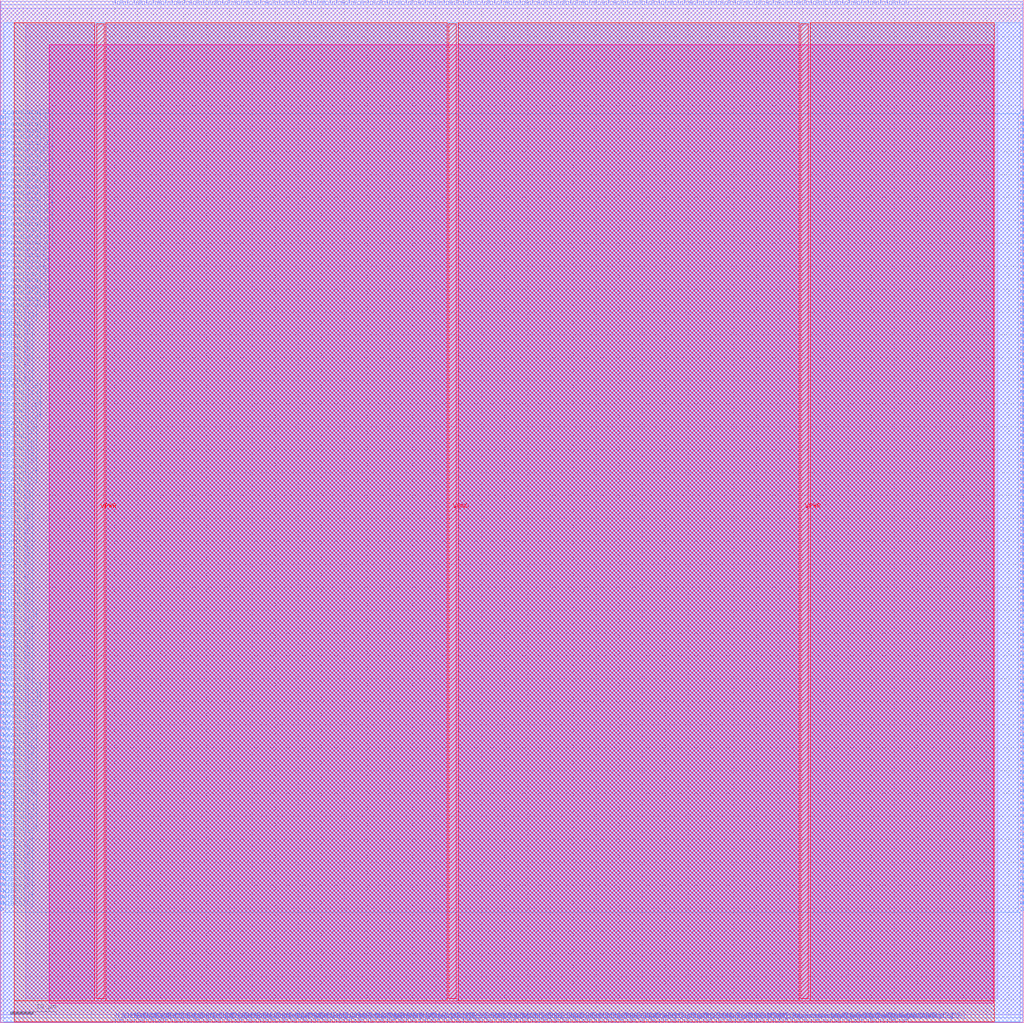
<source format=lef>
VERSION 5.7 ;
  NOWIREEXTENSIONATPIN ON ;
  DIVIDERCHAR "/" ;
  BUSBITCHARS "[]" ;
MACRO LUT4AB
  CLASS BLOCK ;
  FOREIGN LUT4AB ;
  ORIGIN 0.000 0.000 ;
  SIZE 223.275 BY 223.115 ;
  PIN Ci
    DIRECTION INPUT ;
    USE SIGNAL ;
    ANTENNAGATEAREA 0.196500 ;
    PORT
      LAYER met2 ;
        RECT 169.830 0.000 170.110 0.800 ;
    END
  END Ci
  PIN Co
    DIRECTION OUTPUT TRISTATE ;
    USE SIGNAL ;
    ANTENNADIFFAREA 0.445500 ;
    PORT
      LAYER met2 ;
        RECT 169.830 222.315 170.110 223.115 ;
    END
  END Co
  PIN E1BEG[0]
    DIRECTION OUTPUT TRISTATE ;
    USE SIGNAL ;
    ANTENNADIFFAREA 0.795200 ;
    PORT
      LAYER met3 ;
        RECT 222.475 89.800 223.275 90.400 ;
    END
  END E1BEG[0]
  PIN E1BEG[1]
    DIRECTION OUTPUT TRISTATE ;
    USE SIGNAL ;
    ANTENNADIFFAREA 0.445500 ;
    PORT
      LAYER met3 ;
        RECT 222.475 91.160 223.275 91.760 ;
    END
  END E1BEG[1]
  PIN E1BEG[2]
    DIRECTION OUTPUT TRISTATE ;
    USE SIGNAL ;
    ANTENNADIFFAREA 0.795200 ;
    PORT
      LAYER met3 ;
        RECT 222.475 92.520 223.275 93.120 ;
    END
  END E1BEG[2]
  PIN E1BEG[3]
    DIRECTION OUTPUT TRISTATE ;
    USE SIGNAL ;
    ANTENNADIFFAREA 0.445500 ;
    PORT
      LAYER met3 ;
        RECT 222.475 93.880 223.275 94.480 ;
    END
  END E1BEG[3]
  PIN E1END[0]
    DIRECTION INPUT ;
    USE SIGNAL ;
    ANTENNAGATEAREA 0.247500 ;
    PORT
      LAYER met3 ;
        RECT 0.000 89.800 0.800 90.400 ;
    END
  END E1END[0]
  PIN E1END[1]
    DIRECTION INPUT ;
    USE SIGNAL ;
    ANTENNAGATEAREA 0.247500 ;
    PORT
      LAYER met3 ;
        RECT 0.000 91.160 0.800 91.760 ;
    END
  END E1END[1]
  PIN E1END[2]
    DIRECTION INPUT ;
    USE SIGNAL ;
    ANTENNAGATEAREA 0.247500 ;
    PORT
      LAYER met3 ;
        RECT 0.000 92.520 0.800 93.120 ;
    END
  END E1END[2]
  PIN E1END[3]
    DIRECTION INPUT ;
    USE SIGNAL ;
    ANTENNAGATEAREA 0.247500 ;
    PORT
      LAYER met3 ;
        RECT 0.000 93.880 0.800 94.480 ;
    END
  END E1END[3]
  PIN E2BEG[0]
    DIRECTION OUTPUT TRISTATE ;
    USE SIGNAL ;
    ANTENNADIFFAREA 0.795200 ;
    PORT
      LAYER met3 ;
        RECT 222.475 95.240 223.275 95.840 ;
    END
  END E2BEG[0]
  PIN E2BEG[1]
    DIRECTION OUTPUT TRISTATE ;
    USE SIGNAL ;
    ANTENNADIFFAREA 0.795200 ;
    PORT
      LAYER met3 ;
        RECT 222.475 96.600 223.275 97.200 ;
    END
  END E2BEG[1]
  PIN E2BEG[2]
    DIRECTION OUTPUT TRISTATE ;
    USE SIGNAL ;
    ANTENNADIFFAREA 0.445500 ;
    PORT
      LAYER met3 ;
        RECT 222.475 97.960 223.275 98.560 ;
    END
  END E2BEG[2]
  PIN E2BEG[3]
    DIRECTION OUTPUT TRISTATE ;
    USE SIGNAL ;
    ANTENNADIFFAREA 0.795200 ;
    PORT
      LAYER met3 ;
        RECT 222.475 99.320 223.275 99.920 ;
    END
  END E2BEG[3]
  PIN E2BEG[4]
    DIRECTION OUTPUT TRISTATE ;
    USE SIGNAL ;
    ANTENNADIFFAREA 0.445500 ;
    PORT
      LAYER met3 ;
        RECT 222.475 100.680 223.275 101.280 ;
    END
  END E2BEG[4]
  PIN E2BEG[5]
    DIRECTION OUTPUT TRISTATE ;
    USE SIGNAL ;
    ANTENNADIFFAREA 0.795200 ;
    PORT
      LAYER met3 ;
        RECT 222.475 102.040 223.275 102.640 ;
    END
  END E2BEG[5]
  PIN E2BEG[6]
    DIRECTION OUTPUT TRISTATE ;
    USE SIGNAL ;
    ANTENNADIFFAREA 0.795200 ;
    PORT
      LAYER met3 ;
        RECT 222.475 103.400 223.275 104.000 ;
    END
  END E2BEG[6]
  PIN E2BEG[7]
    DIRECTION OUTPUT TRISTATE ;
    USE SIGNAL ;
    ANTENNADIFFAREA 0.795200 ;
    PORT
      LAYER met3 ;
        RECT 222.475 104.760 223.275 105.360 ;
    END
  END E2BEG[7]
  PIN E2BEGb[0]
    DIRECTION OUTPUT TRISTATE ;
    USE SIGNAL ;
    ANTENNADIFFAREA 0.445500 ;
    PORT
      LAYER met3 ;
        RECT 222.475 106.120 223.275 106.720 ;
    END
  END E2BEGb[0]
  PIN E2BEGb[1]
    DIRECTION OUTPUT TRISTATE ;
    USE SIGNAL ;
    ANTENNADIFFAREA 0.795200 ;
    PORT
      LAYER met3 ;
        RECT 222.475 107.480 223.275 108.080 ;
    END
  END E2BEGb[1]
  PIN E2BEGb[2]
    DIRECTION OUTPUT TRISTATE ;
    USE SIGNAL ;
    ANTENNADIFFAREA 0.445500 ;
    PORT
      LAYER met3 ;
        RECT 222.475 108.840 223.275 109.440 ;
    END
  END E2BEGb[2]
  PIN E2BEGb[3]
    DIRECTION OUTPUT TRISTATE ;
    USE SIGNAL ;
    ANTENNADIFFAREA 0.795200 ;
    PORT
      LAYER met3 ;
        RECT 222.475 110.200 223.275 110.800 ;
    END
  END E2BEGb[3]
  PIN E2BEGb[4]
    DIRECTION OUTPUT TRISTATE ;
    USE SIGNAL ;
    ANTENNADIFFAREA 0.445500 ;
    PORT
      LAYER met3 ;
        RECT 222.475 111.560 223.275 112.160 ;
    END
  END E2BEGb[4]
  PIN E2BEGb[5]
    DIRECTION OUTPUT TRISTATE ;
    USE SIGNAL ;
    ANTENNADIFFAREA 0.795200 ;
    PORT
      LAYER met3 ;
        RECT 222.475 112.920 223.275 113.520 ;
    END
  END E2BEGb[5]
  PIN E2BEGb[6]
    DIRECTION OUTPUT TRISTATE ;
    USE SIGNAL ;
    ANTENNADIFFAREA 0.445500 ;
    PORT
      LAYER met3 ;
        RECT 222.475 114.280 223.275 114.880 ;
    END
  END E2BEGb[6]
  PIN E2BEGb[7]
    DIRECTION OUTPUT TRISTATE ;
    USE SIGNAL ;
    ANTENNADIFFAREA 0.795200 ;
    PORT
      LAYER met3 ;
        RECT 222.475 115.640 223.275 116.240 ;
    END
  END E2BEGb[7]
  PIN E2END[0]
    DIRECTION INPUT ;
    USE SIGNAL ;
    ANTENNAGATEAREA 0.159000 ;
    PORT
      LAYER met3 ;
        RECT 0.000 106.120 0.800 106.720 ;
    END
  END E2END[0]
  PIN E2END[1]
    DIRECTION INPUT ;
    USE SIGNAL ;
    ANTENNAGATEAREA 0.159000 ;
    PORT
      LAYER met3 ;
        RECT 0.000 107.480 0.800 108.080 ;
    END
  END E2END[1]
  PIN E2END[2]
    DIRECTION INPUT ;
    USE SIGNAL ;
    ANTENNAGATEAREA 0.159000 ;
    PORT
      LAYER met3 ;
        RECT 0.000 108.840 0.800 109.440 ;
    END
  END E2END[2]
  PIN E2END[3]
    DIRECTION INPUT ;
    USE SIGNAL ;
    ANTENNAGATEAREA 0.159000 ;
    PORT
      LAYER met3 ;
        RECT 0.000 110.200 0.800 110.800 ;
    END
  END E2END[3]
  PIN E2END[4]
    DIRECTION INPUT ;
    USE SIGNAL ;
    ANTENNAGATEAREA 0.213000 ;
    PORT
      LAYER met3 ;
        RECT 0.000 111.560 0.800 112.160 ;
    END
  END E2END[4]
  PIN E2END[5]
    DIRECTION INPUT ;
    USE SIGNAL ;
    ANTENNAGATEAREA 0.213000 ;
    PORT
      LAYER met3 ;
        RECT 0.000 112.920 0.800 113.520 ;
    END
  END E2END[5]
  PIN E2END[6]
    DIRECTION INPUT ;
    USE SIGNAL ;
    ANTENNAGATEAREA 0.213000 ;
    PORT
      LAYER met3 ;
        RECT 0.000 114.280 0.800 114.880 ;
    END
  END E2END[6]
  PIN E2END[7]
    DIRECTION INPUT ;
    USE SIGNAL ;
    ANTENNAGATEAREA 0.159000 ;
    PORT
      LAYER met3 ;
        RECT 0.000 115.640 0.800 116.240 ;
    END
  END E2END[7]
  PIN E2MID[0]
    DIRECTION INPUT ;
    USE SIGNAL ;
    ANTENNAGATEAREA 0.159000 ;
    PORT
      LAYER met3 ;
        RECT 0.000 95.240 0.800 95.840 ;
    END
  END E2MID[0]
  PIN E2MID[1]
    DIRECTION INPUT ;
    USE SIGNAL ;
    ANTENNAGATEAREA 0.159000 ;
    PORT
      LAYER met3 ;
        RECT 0.000 96.600 0.800 97.200 ;
    END
  END E2MID[1]
  PIN E2MID[2]
    DIRECTION INPUT ;
    USE SIGNAL ;
    ANTENNAGATEAREA 0.159000 ;
    PORT
      LAYER met3 ;
        RECT 0.000 97.960 0.800 98.560 ;
    END
  END E2MID[2]
  PIN E2MID[3]
    DIRECTION INPUT ;
    USE SIGNAL ;
    ANTENNAGATEAREA 0.213000 ;
    PORT
      LAYER met3 ;
        RECT 0.000 99.320 0.800 99.920 ;
    END
  END E2MID[3]
  PIN E2MID[4]
    DIRECTION INPUT ;
    USE SIGNAL ;
    ANTENNAGATEAREA 0.159000 ;
    PORT
      LAYER met3 ;
        RECT 0.000 100.680 0.800 101.280 ;
    END
  END E2MID[4]
  PIN E2MID[5]
    DIRECTION INPUT ;
    USE SIGNAL ;
    ANTENNAGATEAREA 0.213000 ;
    PORT
      LAYER met3 ;
        RECT 0.000 102.040 0.800 102.640 ;
    END
  END E2MID[5]
  PIN E2MID[6]
    DIRECTION INPUT ;
    USE SIGNAL ;
    ANTENNAGATEAREA 0.159000 ;
    PORT
      LAYER met3 ;
        RECT 0.000 103.400 0.800 104.000 ;
    END
  END E2MID[6]
  PIN E2MID[7]
    DIRECTION INPUT ;
    USE SIGNAL ;
    ANTENNAGATEAREA 0.159000 ;
    PORT
      LAYER met3 ;
        RECT 0.000 104.760 0.800 105.360 ;
    END
  END E2MID[7]
  PIN E6BEG[0]
    DIRECTION OUTPUT TRISTATE ;
    USE SIGNAL ;
    ANTENNADIFFAREA 0.795200 ;
    PORT
      LAYER met3 ;
        RECT 222.475 138.760 223.275 139.360 ;
    END
  END E6BEG[0]
  PIN E6BEG[10]
    DIRECTION OUTPUT TRISTATE ;
    USE SIGNAL ;
    ANTENNADIFFAREA 0.795200 ;
    PORT
      LAYER met3 ;
        RECT 222.475 152.360 223.275 152.960 ;
    END
  END E6BEG[10]
  PIN E6BEG[11]
    DIRECTION OUTPUT TRISTATE ;
    USE SIGNAL ;
    ANTENNADIFFAREA 0.445500 ;
    PORT
      LAYER met3 ;
        RECT 222.475 153.720 223.275 154.320 ;
    END
  END E6BEG[11]
  PIN E6BEG[1]
    DIRECTION OUTPUT TRISTATE ;
    USE SIGNAL ;
    ANTENNADIFFAREA 0.445500 ;
    PORT
      LAYER met3 ;
        RECT 222.475 140.120 223.275 140.720 ;
    END
  END E6BEG[1]
  PIN E6BEG[2]
    DIRECTION OUTPUT TRISTATE ;
    USE SIGNAL ;
    ANTENNADIFFAREA 0.795200 ;
    PORT
      LAYER met3 ;
        RECT 222.475 141.480 223.275 142.080 ;
    END
  END E6BEG[2]
  PIN E6BEG[3]
    DIRECTION OUTPUT TRISTATE ;
    USE SIGNAL ;
    ANTENNADIFFAREA 0.795200 ;
    PORT
      LAYER met3 ;
        RECT 222.475 142.840 223.275 143.440 ;
    END
  END E6BEG[3]
  PIN E6BEG[4]
    DIRECTION OUTPUT TRISTATE ;
    USE SIGNAL ;
    ANTENNADIFFAREA 0.795200 ;
    PORT
      LAYER met3 ;
        RECT 222.475 144.200 223.275 144.800 ;
    END
  END E6BEG[4]
  PIN E6BEG[5]
    DIRECTION OUTPUT TRISTATE ;
    USE SIGNAL ;
    ANTENNADIFFAREA 0.445500 ;
    PORT
      LAYER met3 ;
        RECT 222.475 145.560 223.275 146.160 ;
    END
  END E6BEG[5]
  PIN E6BEG[6]
    DIRECTION OUTPUT TRISTATE ;
    USE SIGNAL ;
    ANTENNADIFFAREA 0.795200 ;
    PORT
      LAYER met3 ;
        RECT 222.475 146.920 223.275 147.520 ;
    END
  END E6BEG[6]
  PIN E6BEG[7]
    DIRECTION OUTPUT TRISTATE ;
    USE SIGNAL ;
    ANTENNADIFFAREA 0.445500 ;
    PORT
      LAYER met3 ;
        RECT 222.475 148.280 223.275 148.880 ;
    END
  END E6BEG[7]
  PIN E6BEG[8]
    DIRECTION OUTPUT TRISTATE ;
    USE SIGNAL ;
    ANTENNADIFFAREA 0.795200 ;
    PORT
      LAYER met3 ;
        RECT 222.475 149.640 223.275 150.240 ;
    END
  END E6BEG[8]
  PIN E6BEG[9]
    DIRECTION OUTPUT TRISTATE ;
    USE SIGNAL ;
    ANTENNADIFFAREA 0.795200 ;
    PORT
      LAYER met3 ;
        RECT 222.475 151.000 223.275 151.600 ;
    END
  END E6BEG[9]
  PIN E6END[0]
    DIRECTION INPUT ;
    USE SIGNAL ;
    ANTENNAGATEAREA 0.247500 ;
    PORT
      LAYER met3 ;
        RECT 0.000 138.760 0.800 139.360 ;
    END
  END E6END[0]
  PIN E6END[10]
    DIRECTION INPUT ;
    USE SIGNAL ;
    ANTENNAGATEAREA 0.196500 ;
    PORT
      LAYER met3 ;
        RECT 0.000 152.360 0.800 152.960 ;
    END
  END E6END[10]
  PIN E6END[11]
    DIRECTION INPUT ;
    USE SIGNAL ;
    ANTENNAGATEAREA 0.196500 ;
    PORT
      LAYER met3 ;
        RECT 0.000 153.720 0.800 154.320 ;
    END
  END E6END[11]
  PIN E6END[1]
    DIRECTION INPUT ;
    USE SIGNAL ;
    ANTENNAGATEAREA 0.247500 ;
    PORT
      LAYER met3 ;
        RECT 0.000 140.120 0.800 140.720 ;
    END
  END E6END[1]
  PIN E6END[2]
    DIRECTION INPUT ;
    USE SIGNAL ;
    ANTENNAGATEAREA 0.196500 ;
    PORT
      LAYER met3 ;
        RECT 0.000 141.480 0.800 142.080 ;
    END
  END E6END[2]
  PIN E6END[3]
    DIRECTION INPUT ;
    USE SIGNAL ;
    ANTENNAGATEAREA 0.196500 ;
    PORT
      LAYER met3 ;
        RECT 0.000 142.840 0.800 143.440 ;
    END
  END E6END[3]
  PIN E6END[4]
    DIRECTION INPUT ;
    USE SIGNAL ;
    ANTENNAGATEAREA 0.196500 ;
    PORT
      LAYER met3 ;
        RECT 0.000 144.200 0.800 144.800 ;
    END
  END E6END[4]
  PIN E6END[5]
    DIRECTION INPUT ;
    USE SIGNAL ;
    ANTENNAGATEAREA 0.196500 ;
    PORT
      LAYER met3 ;
        RECT 0.000 145.560 0.800 146.160 ;
    END
  END E6END[5]
  PIN E6END[6]
    DIRECTION INPUT ;
    USE SIGNAL ;
    ANTENNAGATEAREA 0.196500 ;
    PORT
      LAYER met3 ;
        RECT 0.000 146.920 0.800 147.520 ;
    END
  END E6END[6]
  PIN E6END[7]
    DIRECTION INPUT ;
    USE SIGNAL ;
    ANTENNAGATEAREA 0.196500 ;
    PORT
      LAYER met3 ;
        RECT 0.000 148.280 0.800 148.880 ;
    END
  END E6END[7]
  PIN E6END[8]
    DIRECTION INPUT ;
    USE SIGNAL ;
    ANTENNAGATEAREA 0.196500 ;
    PORT
      LAYER met3 ;
        RECT 0.000 149.640 0.800 150.240 ;
    END
  END E6END[8]
  PIN E6END[9]
    DIRECTION INPUT ;
    USE SIGNAL ;
    ANTENNAGATEAREA 0.196500 ;
    PORT
      LAYER met3 ;
        RECT 0.000 151.000 0.800 151.600 ;
    END
  END E6END[9]
  PIN EE4BEG[0]
    DIRECTION OUTPUT TRISTATE ;
    USE SIGNAL ;
    ANTENNADIFFAREA 0.795200 ;
    PORT
      LAYER met3 ;
        RECT 222.475 117.000 223.275 117.600 ;
    END
  END EE4BEG[0]
  PIN EE4BEG[10]
    DIRECTION OUTPUT TRISTATE ;
    USE SIGNAL ;
    ANTENNADIFFAREA 0.795200 ;
    PORT
      LAYER met3 ;
        RECT 222.475 130.600 223.275 131.200 ;
    END
  END EE4BEG[10]
  PIN EE4BEG[11]
    DIRECTION OUTPUT TRISTATE ;
    USE SIGNAL ;
    ANTENNADIFFAREA 0.445500 ;
    PORT
      LAYER met3 ;
        RECT 222.475 131.960 223.275 132.560 ;
    END
  END EE4BEG[11]
  PIN EE4BEG[12]
    DIRECTION OUTPUT TRISTATE ;
    USE SIGNAL ;
    ANTENNADIFFAREA 0.795200 ;
    PORT
      LAYER met3 ;
        RECT 222.475 133.320 223.275 133.920 ;
    END
  END EE4BEG[12]
  PIN EE4BEG[13]
    DIRECTION OUTPUT TRISTATE ;
    USE SIGNAL ;
    ANTENNADIFFAREA 0.445500 ;
    PORT
      LAYER met3 ;
        RECT 222.475 134.680 223.275 135.280 ;
    END
  END EE4BEG[13]
  PIN EE4BEG[14]
    DIRECTION OUTPUT TRISTATE ;
    USE SIGNAL ;
    ANTENNADIFFAREA 0.795200 ;
    PORT
      LAYER met3 ;
        RECT 222.475 136.040 223.275 136.640 ;
    END
  END EE4BEG[14]
  PIN EE4BEG[15]
    DIRECTION OUTPUT TRISTATE ;
    USE SIGNAL ;
    ANTENNADIFFAREA 0.795200 ;
    PORT
      LAYER met3 ;
        RECT 222.475 137.400 223.275 138.000 ;
    END
  END EE4BEG[15]
  PIN EE4BEG[1]
    DIRECTION OUTPUT TRISTATE ;
    USE SIGNAL ;
    ANTENNADIFFAREA 0.445500 ;
    PORT
      LAYER met3 ;
        RECT 222.475 118.360 223.275 118.960 ;
    END
  END EE4BEG[1]
  PIN EE4BEG[2]
    DIRECTION OUTPUT TRISTATE ;
    USE SIGNAL ;
    ANTENNADIFFAREA 0.795200 ;
    PORT
      LAYER met3 ;
        RECT 222.475 119.720 223.275 120.320 ;
    END
  END EE4BEG[2]
  PIN EE4BEG[3]
    DIRECTION OUTPUT TRISTATE ;
    USE SIGNAL ;
    ANTENNADIFFAREA 0.445500 ;
    PORT
      LAYER met3 ;
        RECT 222.475 121.080 223.275 121.680 ;
    END
  END EE4BEG[3]
  PIN EE4BEG[4]
    DIRECTION OUTPUT TRISTATE ;
    USE SIGNAL ;
    ANTENNADIFFAREA 0.795200 ;
    PORT
      LAYER met3 ;
        RECT 222.475 122.440 223.275 123.040 ;
    END
  END EE4BEG[4]
  PIN EE4BEG[5]
    DIRECTION OUTPUT TRISTATE ;
    USE SIGNAL ;
    ANTENNADIFFAREA 0.795200 ;
    PORT
      LAYER met3 ;
        RECT 222.475 123.800 223.275 124.400 ;
    END
  END EE4BEG[5]
  PIN EE4BEG[6]
    DIRECTION OUTPUT TRISTATE ;
    USE SIGNAL ;
    ANTENNADIFFAREA 0.795200 ;
    PORT
      LAYER met3 ;
        RECT 222.475 125.160 223.275 125.760 ;
    END
  END EE4BEG[6]
  PIN EE4BEG[7]
    DIRECTION OUTPUT TRISTATE ;
    USE SIGNAL ;
    ANTENNADIFFAREA 0.445500 ;
    PORT
      LAYER met3 ;
        RECT 222.475 126.520 223.275 127.120 ;
    END
  END EE4BEG[7]
  PIN EE4BEG[8]
    DIRECTION OUTPUT TRISTATE ;
    USE SIGNAL ;
    ANTENNADIFFAREA 0.795200 ;
    PORT
      LAYER met3 ;
        RECT 222.475 127.880 223.275 128.480 ;
    END
  END EE4BEG[8]
  PIN EE4BEG[9]
    DIRECTION OUTPUT TRISTATE ;
    USE SIGNAL ;
    ANTENNADIFFAREA 0.795200 ;
    PORT
      LAYER met3 ;
        RECT 222.475 129.240 223.275 129.840 ;
    END
  END EE4BEG[9]
  PIN EE4END[0]
    DIRECTION INPUT ;
    USE SIGNAL ;
    ANTENNAGATEAREA 0.213000 ;
    PORT
      LAYER met3 ;
        RECT 0.000 117.000 0.800 117.600 ;
    END
  END EE4END[0]
  PIN EE4END[10]
    DIRECTION INPUT ;
    USE SIGNAL ;
    ANTENNAGATEAREA 0.196500 ;
    PORT
      LAYER met3 ;
        RECT 0.000 130.600 0.800 131.200 ;
    END
  END EE4END[10]
  PIN EE4END[11]
    DIRECTION INPUT ;
    USE SIGNAL ;
    ANTENNAGATEAREA 0.196500 ;
    PORT
      LAYER met3 ;
        RECT 0.000 131.960 0.800 132.560 ;
    END
  END EE4END[11]
  PIN EE4END[12]
    DIRECTION INPUT ;
    USE SIGNAL ;
    ANTENNAGATEAREA 0.196500 ;
    PORT
      LAYER met3 ;
        RECT 0.000 133.320 0.800 133.920 ;
    END
  END EE4END[12]
  PIN EE4END[13]
    DIRECTION INPUT ;
    USE SIGNAL ;
    ANTENNAGATEAREA 0.196500 ;
    PORT
      LAYER met3 ;
        RECT 0.000 134.680 0.800 135.280 ;
    END
  END EE4END[13]
  PIN EE4END[14]
    DIRECTION INPUT ;
    USE SIGNAL ;
    ANTENNAGATEAREA 0.196500 ;
    PORT
      LAYER met3 ;
        RECT 0.000 136.040 0.800 136.640 ;
    END
  END EE4END[14]
  PIN EE4END[15]
    DIRECTION INPUT ;
    USE SIGNAL ;
    ANTENNAGATEAREA 0.196500 ;
    PORT
      LAYER met3 ;
        RECT 0.000 137.400 0.800 138.000 ;
    END
  END EE4END[15]
  PIN EE4END[1]
    DIRECTION INPUT ;
    USE SIGNAL ;
    ANTENNAGATEAREA 0.213000 ;
    PORT
      LAYER met3 ;
        RECT 0.000 118.360 0.800 118.960 ;
    END
  END EE4END[1]
  PIN EE4END[2]
    DIRECTION INPUT ;
    USE SIGNAL ;
    ANTENNAGATEAREA 0.213000 ;
    PORT
      LAYER met3 ;
        RECT 0.000 119.720 0.800 120.320 ;
    END
  END EE4END[2]
  PIN EE4END[3]
    DIRECTION INPUT ;
    USE SIGNAL ;
    ANTENNAGATEAREA 0.213000 ;
    PORT
      LAYER met3 ;
        RECT 0.000 121.080 0.800 121.680 ;
    END
  END EE4END[3]
  PIN EE4END[4]
    DIRECTION INPUT ;
    USE SIGNAL ;
    ANTENNAGATEAREA 0.196500 ;
    PORT
      LAYER met3 ;
        RECT 0.000 122.440 0.800 123.040 ;
    END
  END EE4END[4]
  PIN EE4END[5]
    DIRECTION INPUT ;
    USE SIGNAL ;
    ANTENNAGATEAREA 0.196500 ;
    PORT
      LAYER met3 ;
        RECT 0.000 123.800 0.800 124.400 ;
    END
  END EE4END[5]
  PIN EE4END[6]
    DIRECTION INPUT ;
    USE SIGNAL ;
    ANTENNAGATEAREA 0.196500 ;
    PORT
      LAYER met3 ;
        RECT 0.000 125.160 0.800 125.760 ;
    END
  END EE4END[6]
  PIN EE4END[7]
    DIRECTION INPUT ;
    USE SIGNAL ;
    ANTENNAGATEAREA 0.196500 ;
    PORT
      LAYER met3 ;
        RECT 0.000 126.520 0.800 127.120 ;
    END
  END EE4END[7]
  PIN EE4END[8]
    DIRECTION INPUT ;
    USE SIGNAL ;
    ANTENNAGATEAREA 0.196500 ;
    PORT
      LAYER met3 ;
        RECT 0.000 127.880 0.800 128.480 ;
    END
  END EE4END[8]
  PIN EE4END[9]
    DIRECTION INPUT ;
    USE SIGNAL ;
    ANTENNAGATEAREA 0.196500 ;
    PORT
      LAYER met3 ;
        RECT 0.000 129.240 0.800 129.840 ;
    END
  END EE4END[9]
  PIN FrameData[0]
    DIRECTION INPUT ;
    USE SIGNAL ;
    ANTENNAGATEAREA 0.495000 ;
    PORT
      LAYER met3 ;
        RECT 0.000 155.080 0.800 155.680 ;
    END
  END FrameData[0]
  PIN FrameData[10]
    DIRECTION INPUT ;
    USE SIGNAL ;
    ANTENNAGATEAREA 0.742500 ;
    PORT
      LAYER met3 ;
        RECT 0.000 168.680 0.800 169.280 ;
    END
  END FrameData[10]
  PIN FrameData[11]
    DIRECTION INPUT ;
    USE SIGNAL ;
    ANTENNAGATEAREA 0.742500 ;
    PORT
      LAYER met3 ;
        RECT 0.000 170.040 0.800 170.640 ;
    END
  END FrameData[11]
  PIN FrameData[12]
    DIRECTION INPUT ;
    USE SIGNAL ;
    ANTENNAGATEAREA 0.742500 ;
    PORT
      LAYER met3 ;
        RECT 0.000 171.400 0.800 172.000 ;
    END
  END FrameData[12]
  PIN FrameData[13]
    DIRECTION INPUT ;
    USE SIGNAL ;
    ANTENNAGATEAREA 0.742500 ;
    PORT
      LAYER met3 ;
        RECT 0.000 172.760 0.800 173.360 ;
    END
  END FrameData[13]
  PIN FrameData[14]
    DIRECTION INPUT ;
    USE SIGNAL ;
    ANTENNAGATEAREA 0.742500 ;
    PORT
      LAYER met3 ;
        RECT 0.000 174.120 0.800 174.720 ;
    END
  END FrameData[14]
  PIN FrameData[15]
    DIRECTION INPUT ;
    USE SIGNAL ;
    ANTENNAGATEAREA 0.742500 ;
    PORT
      LAYER met3 ;
        RECT 0.000 175.480 0.800 176.080 ;
    END
  END FrameData[15]
  PIN FrameData[16]
    DIRECTION INPUT ;
    USE SIGNAL ;
    ANTENNAGATEAREA 0.742500 ;
    PORT
      LAYER met3 ;
        RECT 0.000 176.840 0.800 177.440 ;
    END
  END FrameData[16]
  PIN FrameData[17]
    DIRECTION INPUT ;
    USE SIGNAL ;
    ANTENNAGATEAREA 0.742500 ;
    PORT
      LAYER met3 ;
        RECT 0.000 178.200 0.800 178.800 ;
    END
  END FrameData[17]
  PIN FrameData[18]
    DIRECTION INPUT ;
    USE SIGNAL ;
    ANTENNAGATEAREA 0.742500 ;
    PORT
      LAYER met3 ;
        RECT 0.000 179.560 0.800 180.160 ;
    END
  END FrameData[18]
  PIN FrameData[19]
    DIRECTION INPUT ;
    USE SIGNAL ;
    ANTENNAGATEAREA 0.742500 ;
    PORT
      LAYER met3 ;
        RECT 0.000 180.920 0.800 181.520 ;
    END
  END FrameData[19]
  PIN FrameData[1]
    DIRECTION INPUT ;
    USE SIGNAL ;
    ANTENNAGATEAREA 0.742500 ;
    PORT
      LAYER met3 ;
        RECT 0.000 156.440 0.800 157.040 ;
    END
  END FrameData[1]
  PIN FrameData[20]
    DIRECTION INPUT ;
    USE SIGNAL ;
    ANTENNAGATEAREA 0.742500 ;
    PORT
      LAYER met3 ;
        RECT 0.000 182.280 0.800 182.880 ;
    END
  END FrameData[20]
  PIN FrameData[21]
    DIRECTION INPUT ;
    USE SIGNAL ;
    ANTENNAGATEAREA 0.742500 ;
    PORT
      LAYER met3 ;
        RECT 0.000 183.640 0.800 184.240 ;
    END
  END FrameData[21]
  PIN FrameData[22]
    DIRECTION INPUT ;
    USE SIGNAL ;
    ANTENNAGATEAREA 0.742500 ;
    PORT
      LAYER met3 ;
        RECT 0.000 185.000 0.800 185.600 ;
    END
  END FrameData[22]
  PIN FrameData[23]
    DIRECTION INPUT ;
    USE SIGNAL ;
    ANTENNAGATEAREA 0.742500 ;
    PORT
      LAYER met3 ;
        RECT 0.000 186.360 0.800 186.960 ;
    END
  END FrameData[23]
  PIN FrameData[24]
    DIRECTION INPUT ;
    USE SIGNAL ;
    ANTENNAGATEAREA 0.742500 ;
    PORT
      LAYER met3 ;
        RECT 0.000 187.720 0.800 188.320 ;
    END
  END FrameData[24]
  PIN FrameData[25]
    DIRECTION INPUT ;
    USE SIGNAL ;
    ANTENNAGATEAREA 0.742500 ;
    PORT
      LAYER met3 ;
        RECT 0.000 189.080 0.800 189.680 ;
    END
  END FrameData[25]
  PIN FrameData[26]
    DIRECTION INPUT ;
    USE SIGNAL ;
    ANTENNAGATEAREA 0.742500 ;
    PORT
      LAYER met3 ;
        RECT 0.000 190.440 0.800 191.040 ;
    END
  END FrameData[26]
  PIN FrameData[27]
    DIRECTION INPUT ;
    USE SIGNAL ;
    ANTENNAGATEAREA 0.742500 ;
    PORT
      LAYER met3 ;
        RECT 0.000 191.800 0.800 192.400 ;
    END
  END FrameData[27]
  PIN FrameData[28]
    DIRECTION INPUT ;
    USE SIGNAL ;
    ANTENNAGATEAREA 0.742500 ;
    PORT
      LAYER met3 ;
        RECT 0.000 193.160 0.800 193.760 ;
    END
  END FrameData[28]
  PIN FrameData[29]
    DIRECTION INPUT ;
    USE SIGNAL ;
    ANTENNAGATEAREA 0.742500 ;
    PORT
      LAYER met3 ;
        RECT 0.000 194.520 0.800 195.120 ;
    END
  END FrameData[29]
  PIN FrameData[2]
    DIRECTION INPUT ;
    USE SIGNAL ;
    ANTENNAGATEAREA 0.742500 ;
    PORT
      LAYER met3 ;
        RECT 0.000 157.800 0.800 158.400 ;
    END
  END FrameData[2]
  PIN FrameData[30]
    DIRECTION INPUT ;
    USE SIGNAL ;
    ANTENNAGATEAREA 0.742500 ;
    PORT
      LAYER met3 ;
        RECT 0.000 195.880 0.800 196.480 ;
    END
  END FrameData[30]
  PIN FrameData[31]
    DIRECTION INPUT ;
    USE SIGNAL ;
    ANTENNAGATEAREA 0.742500 ;
    PORT
      LAYER met3 ;
        RECT 0.000 197.240 0.800 197.840 ;
    END
  END FrameData[31]
  PIN FrameData[3]
    DIRECTION INPUT ;
    USE SIGNAL ;
    ANTENNAGATEAREA 0.742500 ;
    PORT
      LAYER met3 ;
        RECT 0.000 159.160 0.800 159.760 ;
    END
  END FrameData[3]
  PIN FrameData[4]
    DIRECTION INPUT ;
    USE SIGNAL ;
    ANTENNAGATEAREA 0.742500 ;
    PORT
      LAYER met3 ;
        RECT 0.000 160.520 0.800 161.120 ;
    END
  END FrameData[4]
  PIN FrameData[5]
    DIRECTION INPUT ;
    USE SIGNAL ;
    ANTENNAGATEAREA 0.852000 ;
    PORT
      LAYER met3 ;
        RECT 0.000 161.880 0.800 162.480 ;
    END
  END FrameData[5]
  PIN FrameData[6]
    DIRECTION INPUT ;
    USE SIGNAL ;
    ANTENNAGATEAREA 0.742500 ;
    PORT
      LAYER met3 ;
        RECT 0.000 163.240 0.800 163.840 ;
    END
  END FrameData[6]
  PIN FrameData[7]
    DIRECTION INPUT ;
    USE SIGNAL ;
    ANTENNAGATEAREA 0.742500 ;
    PORT
      LAYER met3 ;
        RECT 0.000 164.600 0.800 165.200 ;
    END
  END FrameData[7]
  PIN FrameData[8]
    DIRECTION INPUT ;
    USE SIGNAL ;
    ANTENNAGATEAREA 0.742500 ;
    PORT
      LAYER met3 ;
        RECT 0.000 165.960 0.800 166.560 ;
    END
  END FrameData[8]
  PIN FrameData[9]
    DIRECTION INPUT ;
    USE SIGNAL ;
    ANTENNAGATEAREA 0.742500 ;
    PORT
      LAYER met3 ;
        RECT 0.000 167.320 0.800 167.920 ;
    END
  END FrameData[9]
  PIN FrameData_O[0]
    DIRECTION OUTPUT TRISTATE ;
    USE SIGNAL ;
    ANTENNADIFFAREA 0.795200 ;
    PORT
      LAYER met3 ;
        RECT 222.475 155.080 223.275 155.680 ;
    END
  END FrameData_O[0]
  PIN FrameData_O[10]
    DIRECTION OUTPUT TRISTATE ;
    USE SIGNAL ;
    ANTENNADIFFAREA 0.795200 ;
    PORT
      LAYER met3 ;
        RECT 222.475 168.680 223.275 169.280 ;
    END
  END FrameData_O[10]
  PIN FrameData_O[11]
    DIRECTION OUTPUT TRISTATE ;
    USE SIGNAL ;
    ANTENNADIFFAREA 0.795200 ;
    PORT
      LAYER met3 ;
        RECT 222.475 170.040 223.275 170.640 ;
    END
  END FrameData_O[11]
  PIN FrameData_O[12]
    DIRECTION OUTPUT TRISTATE ;
    USE SIGNAL ;
    ANTENNADIFFAREA 0.795200 ;
    PORT
      LAYER met3 ;
        RECT 222.475 171.400 223.275 172.000 ;
    END
  END FrameData_O[12]
  PIN FrameData_O[13]
    DIRECTION OUTPUT TRISTATE ;
    USE SIGNAL ;
    ANTENNADIFFAREA 0.795200 ;
    PORT
      LAYER met3 ;
        RECT 222.475 172.760 223.275 173.360 ;
    END
  END FrameData_O[13]
  PIN FrameData_O[14]
    DIRECTION OUTPUT TRISTATE ;
    USE SIGNAL ;
    ANTENNADIFFAREA 0.795200 ;
    PORT
      LAYER met3 ;
        RECT 222.475 174.120 223.275 174.720 ;
    END
  END FrameData_O[14]
  PIN FrameData_O[15]
    DIRECTION OUTPUT TRISTATE ;
    USE SIGNAL ;
    ANTENNADIFFAREA 0.445500 ;
    PORT
      LAYER met3 ;
        RECT 222.475 175.480 223.275 176.080 ;
    END
  END FrameData_O[15]
  PIN FrameData_O[16]
    DIRECTION OUTPUT TRISTATE ;
    USE SIGNAL ;
    ANTENNADIFFAREA 0.795200 ;
    PORT
      LAYER met3 ;
        RECT 222.475 176.840 223.275 177.440 ;
    END
  END FrameData_O[16]
  PIN FrameData_O[17]
    DIRECTION OUTPUT TRISTATE ;
    USE SIGNAL ;
    ANTENNADIFFAREA 0.795200 ;
    PORT
      LAYER met3 ;
        RECT 222.475 178.200 223.275 178.800 ;
    END
  END FrameData_O[17]
  PIN FrameData_O[18]
    DIRECTION OUTPUT TRISTATE ;
    USE SIGNAL ;
    ANTENNADIFFAREA 0.795200 ;
    PORT
      LAYER met3 ;
        RECT 222.475 179.560 223.275 180.160 ;
    END
  END FrameData_O[18]
  PIN FrameData_O[19]
    DIRECTION OUTPUT TRISTATE ;
    USE SIGNAL ;
    ANTENNADIFFAREA 0.445500 ;
    PORT
      LAYER met3 ;
        RECT 222.475 180.920 223.275 181.520 ;
    END
  END FrameData_O[19]
  PIN FrameData_O[1]
    DIRECTION OUTPUT TRISTATE ;
    USE SIGNAL ;
    ANTENNADIFFAREA 0.795200 ;
    PORT
      LAYER met3 ;
        RECT 222.475 156.440 223.275 157.040 ;
    END
  END FrameData_O[1]
  PIN FrameData_O[20]
    DIRECTION OUTPUT TRISTATE ;
    USE SIGNAL ;
    ANTENNADIFFAREA 0.795200 ;
    PORT
      LAYER met3 ;
        RECT 222.475 182.280 223.275 182.880 ;
    END
  END FrameData_O[20]
  PIN FrameData_O[21]
    DIRECTION OUTPUT TRISTATE ;
    USE SIGNAL ;
    ANTENNADIFFAREA 0.445500 ;
    PORT
      LAYER met3 ;
        RECT 222.475 183.640 223.275 184.240 ;
    END
  END FrameData_O[21]
  PIN FrameData_O[22]
    DIRECTION OUTPUT TRISTATE ;
    USE SIGNAL ;
    ANTENNADIFFAREA 0.795200 ;
    PORT
      LAYER met3 ;
        RECT 222.475 185.000 223.275 185.600 ;
    END
  END FrameData_O[22]
  PIN FrameData_O[23]
    DIRECTION OUTPUT TRISTATE ;
    USE SIGNAL ;
    ANTENNADIFFAREA 0.445500 ;
    PORT
      LAYER met3 ;
        RECT 222.475 186.360 223.275 186.960 ;
    END
  END FrameData_O[23]
  PIN FrameData_O[24]
    DIRECTION OUTPUT TRISTATE ;
    USE SIGNAL ;
    ANTENNADIFFAREA 0.795200 ;
    PORT
      LAYER met3 ;
        RECT 222.475 187.720 223.275 188.320 ;
    END
  END FrameData_O[24]
  PIN FrameData_O[25]
    DIRECTION OUTPUT TRISTATE ;
    USE SIGNAL ;
    ANTENNADIFFAREA 0.445500 ;
    PORT
      LAYER met3 ;
        RECT 222.475 189.080 223.275 189.680 ;
    END
  END FrameData_O[25]
  PIN FrameData_O[26]
    DIRECTION OUTPUT TRISTATE ;
    USE SIGNAL ;
    ANTENNADIFFAREA 0.795200 ;
    PORT
      LAYER met3 ;
        RECT 222.475 190.440 223.275 191.040 ;
    END
  END FrameData_O[26]
  PIN FrameData_O[27]
    DIRECTION OUTPUT TRISTATE ;
    USE SIGNAL ;
    ANTENNADIFFAREA 0.795200 ;
    PORT
      LAYER met3 ;
        RECT 222.475 191.800 223.275 192.400 ;
    END
  END FrameData_O[27]
  PIN FrameData_O[28]
    DIRECTION OUTPUT TRISTATE ;
    USE SIGNAL ;
    ANTENNADIFFAREA 0.795200 ;
    PORT
      LAYER met3 ;
        RECT 222.475 193.160 223.275 193.760 ;
    END
  END FrameData_O[28]
  PIN FrameData_O[29]
    DIRECTION OUTPUT TRISTATE ;
    USE SIGNAL ;
    ANTENNADIFFAREA 0.445500 ;
    PORT
      LAYER met3 ;
        RECT 222.475 194.520 223.275 195.120 ;
    END
  END FrameData_O[29]
  PIN FrameData_O[2]
    DIRECTION OUTPUT TRISTATE ;
    USE SIGNAL ;
    ANTENNADIFFAREA 0.795200 ;
    PORT
      LAYER met3 ;
        RECT 222.475 157.800 223.275 158.400 ;
    END
  END FrameData_O[2]
  PIN FrameData_O[30]
    DIRECTION OUTPUT TRISTATE ;
    USE SIGNAL ;
    ANTENNADIFFAREA 0.795200 ;
    PORT
      LAYER met3 ;
        RECT 222.475 195.880 223.275 196.480 ;
    END
  END FrameData_O[30]
  PIN FrameData_O[31]
    DIRECTION OUTPUT TRISTATE ;
    USE SIGNAL ;
    ANTENNADIFFAREA 0.445500 ;
    PORT
      LAYER met3 ;
        RECT 222.475 197.240 223.275 197.840 ;
    END
  END FrameData_O[31]
  PIN FrameData_O[3]
    DIRECTION OUTPUT TRISTATE ;
    USE SIGNAL ;
    ANTENNADIFFAREA 0.445500 ;
    PORT
      LAYER met3 ;
        RECT 222.475 159.160 223.275 159.760 ;
    END
  END FrameData_O[3]
  PIN FrameData_O[4]
    DIRECTION OUTPUT TRISTATE ;
    USE SIGNAL ;
    ANTENNADIFFAREA 0.795200 ;
    PORT
      LAYER met3 ;
        RECT 222.475 160.520 223.275 161.120 ;
    END
  END FrameData_O[4]
  PIN FrameData_O[5]
    DIRECTION OUTPUT TRISTATE ;
    USE SIGNAL ;
    ANTENNADIFFAREA 0.445500 ;
    PORT
      LAYER met3 ;
        RECT 222.475 161.880 223.275 162.480 ;
    END
  END FrameData_O[5]
  PIN FrameData_O[6]
    DIRECTION OUTPUT TRISTATE ;
    USE SIGNAL ;
    ANTENNADIFFAREA 0.795200 ;
    PORT
      LAYER met3 ;
        RECT 222.475 163.240 223.275 163.840 ;
    END
  END FrameData_O[6]
  PIN FrameData_O[7]
    DIRECTION OUTPUT TRISTATE ;
    USE SIGNAL ;
    ANTENNADIFFAREA 0.795200 ;
    PORT
      LAYER met3 ;
        RECT 222.475 164.600 223.275 165.200 ;
    END
  END FrameData_O[7]
  PIN FrameData_O[8]
    DIRECTION OUTPUT TRISTATE ;
    USE SIGNAL ;
    ANTENNADIFFAREA 0.795200 ;
    PORT
      LAYER met3 ;
        RECT 222.475 165.960 223.275 166.560 ;
    END
  END FrameData_O[8]
  PIN FrameData_O[9]
    DIRECTION OUTPUT TRISTATE ;
    USE SIGNAL ;
    ANTENNADIFFAREA 0.445500 ;
    PORT
      LAYER met3 ;
        RECT 222.475 167.320 223.275 167.920 ;
    END
  END FrameData_O[9]
  PIN FrameStrobe[0]
    DIRECTION INPUT ;
    USE SIGNAL ;
    ANTENNAGATEAREA 0.742500 ;
    PORT
      LAYER met2 ;
        RECT 171.210 0.000 171.490 0.800 ;
    END
  END FrameStrobe[0]
  PIN FrameStrobe[10]
    DIRECTION INPUT ;
    USE SIGNAL ;
    ANTENNAGATEAREA 0.852000 ;
    PORT
      LAYER met2 ;
        RECT 185.010 0.000 185.290 0.800 ;
    END
  END FrameStrobe[10]
  PIN FrameStrobe[11]
    DIRECTION INPUT ;
    USE SIGNAL ;
    ANTENNAGATEAREA 0.852000 ;
    PORT
      LAYER met2 ;
        RECT 186.390 0.000 186.670 0.800 ;
    END
  END FrameStrobe[11]
  PIN FrameStrobe[12]
    DIRECTION INPUT ;
    USE SIGNAL ;
    ANTENNAGATEAREA 0.852000 ;
    PORT
      LAYER met2 ;
        RECT 187.770 0.000 188.050 0.800 ;
    END
  END FrameStrobe[12]
  PIN FrameStrobe[13]
    DIRECTION INPUT ;
    USE SIGNAL ;
    ANTENNAGATEAREA 0.742500 ;
    PORT
      LAYER met2 ;
        RECT 189.150 0.000 189.430 0.800 ;
    END
  END FrameStrobe[13]
  PIN FrameStrobe[14]
    DIRECTION INPUT ;
    USE SIGNAL ;
    ANTENNAGATEAREA 0.742500 ;
    PORT
      LAYER met2 ;
        RECT 190.530 0.000 190.810 0.800 ;
    END
  END FrameStrobe[14]
  PIN FrameStrobe[15]
    DIRECTION INPUT ;
    USE SIGNAL ;
    ANTENNAGATEAREA 0.742500 ;
    PORT
      LAYER met2 ;
        RECT 191.910 0.000 192.190 0.800 ;
    END
  END FrameStrobe[15]
  PIN FrameStrobe[16]
    DIRECTION INPUT ;
    USE SIGNAL ;
    ANTENNAGATEAREA 0.742500 ;
    PORT
      LAYER met2 ;
        RECT 193.290 0.000 193.570 0.800 ;
    END
  END FrameStrobe[16]
  PIN FrameStrobe[17]
    DIRECTION INPUT ;
    USE SIGNAL ;
    ANTENNAGATEAREA 0.742500 ;
    PORT
      LAYER met2 ;
        RECT 194.670 0.000 194.950 0.800 ;
    END
  END FrameStrobe[17]
  PIN FrameStrobe[18]
    DIRECTION INPUT ;
    USE SIGNAL ;
    ANTENNAGATEAREA 0.742500 ;
    PORT
      LAYER met2 ;
        RECT 196.050 0.000 196.330 0.800 ;
    END
  END FrameStrobe[18]
  PIN FrameStrobe[19]
    DIRECTION INPUT ;
    USE SIGNAL ;
    ANTENNAGATEAREA 0.742500 ;
    PORT
      LAYER met2 ;
        RECT 197.430 0.000 197.710 0.800 ;
    END
  END FrameStrobe[19]
  PIN FrameStrobe[1]
    DIRECTION INPUT ;
    USE SIGNAL ;
    ANTENNAGATEAREA 0.852000 ;
    PORT
      LAYER met2 ;
        RECT 172.590 0.000 172.870 0.800 ;
    END
  END FrameStrobe[1]
  PIN FrameStrobe[2]
    DIRECTION INPUT ;
    USE SIGNAL ;
    ANTENNAGATEAREA 0.852000 ;
    PORT
      LAYER met2 ;
        RECT 173.970 0.000 174.250 0.800 ;
    END
  END FrameStrobe[2]
  PIN FrameStrobe[3]
    DIRECTION INPUT ;
    USE SIGNAL ;
    ANTENNAGATEAREA 0.852000 ;
    PORT
      LAYER met2 ;
        RECT 175.350 0.000 175.630 0.800 ;
    END
  END FrameStrobe[3]
  PIN FrameStrobe[4]
    DIRECTION INPUT ;
    USE SIGNAL ;
    ANTENNAGATEAREA 0.990000 ;
    PORT
      LAYER met2 ;
        RECT 176.730 0.000 177.010 0.800 ;
    END
  END FrameStrobe[4]
  PIN FrameStrobe[5]
    DIRECTION INPUT ;
    USE SIGNAL ;
    ANTENNAGATEAREA 0.852000 ;
    PORT
      LAYER met2 ;
        RECT 178.110 0.000 178.390 0.800 ;
    END
  END FrameStrobe[5]
  PIN FrameStrobe[6]
    DIRECTION INPUT ;
    USE SIGNAL ;
    ANTENNAGATEAREA 0.852000 ;
    PORT
      LAYER met2 ;
        RECT 179.490 0.000 179.770 0.800 ;
    END
  END FrameStrobe[6]
  PIN FrameStrobe[7]
    DIRECTION INPUT ;
    USE SIGNAL ;
    ANTENNAGATEAREA 0.990000 ;
    PORT
      LAYER met2 ;
        RECT 180.870 0.000 181.150 0.800 ;
    END
  END FrameStrobe[7]
  PIN FrameStrobe[8]
    DIRECTION INPUT ;
    USE SIGNAL ;
    ANTENNAGATEAREA 0.852000 ;
    PORT
      LAYER met2 ;
        RECT 182.250 0.000 182.530 0.800 ;
    END
  END FrameStrobe[8]
  PIN FrameStrobe[9]
    DIRECTION INPUT ;
    USE SIGNAL ;
    ANTENNAGATEAREA 0.852000 ;
    PORT
      LAYER met2 ;
        RECT 183.630 0.000 183.910 0.800 ;
    END
  END FrameStrobe[9]
  PIN FrameStrobe_O[0]
    DIRECTION OUTPUT TRISTATE ;
    USE SIGNAL ;
    ANTENNADIFFAREA 0.795200 ;
    PORT
      LAYER met2 ;
        RECT 171.210 222.315 171.490 223.115 ;
    END
  END FrameStrobe_O[0]
  PIN FrameStrobe_O[10]
    DIRECTION OUTPUT TRISTATE ;
    USE SIGNAL ;
    ANTENNADIFFAREA 0.795200 ;
    PORT
      LAYER met2 ;
        RECT 185.010 222.315 185.290 223.115 ;
    END
  END FrameStrobe_O[10]
  PIN FrameStrobe_O[11]
    DIRECTION OUTPUT TRISTATE ;
    USE SIGNAL ;
    ANTENNADIFFAREA 0.445500 ;
    PORT
      LAYER met2 ;
        RECT 186.390 222.315 186.670 223.115 ;
    END
  END FrameStrobe_O[11]
  PIN FrameStrobe_O[12]
    DIRECTION OUTPUT TRISTATE ;
    USE SIGNAL ;
    ANTENNADIFFAREA 0.445500 ;
    PORT
      LAYER met2 ;
        RECT 187.770 222.315 188.050 223.115 ;
    END
  END FrameStrobe_O[12]
  PIN FrameStrobe_O[13]
    DIRECTION OUTPUT TRISTATE ;
    USE SIGNAL ;
    ANTENNADIFFAREA 0.795200 ;
    PORT
      LAYER met2 ;
        RECT 189.150 222.315 189.430 223.115 ;
    END
  END FrameStrobe_O[13]
  PIN FrameStrobe_O[14]
    DIRECTION OUTPUT TRISTATE ;
    USE SIGNAL ;
    ANTENNADIFFAREA 0.795200 ;
    PORT
      LAYER met2 ;
        RECT 190.530 222.315 190.810 223.115 ;
    END
  END FrameStrobe_O[14]
  PIN FrameStrobe_O[15]
    DIRECTION OUTPUT TRISTATE ;
    USE SIGNAL ;
    ANTENNADIFFAREA 0.795200 ;
    PORT
      LAYER met2 ;
        RECT 191.910 222.315 192.190 223.115 ;
    END
  END FrameStrobe_O[15]
  PIN FrameStrobe_O[16]
    DIRECTION OUTPUT TRISTATE ;
    USE SIGNAL ;
    ANTENNADIFFAREA 0.795200 ;
    PORT
      LAYER met2 ;
        RECT 193.290 222.315 193.570 223.115 ;
    END
  END FrameStrobe_O[16]
  PIN FrameStrobe_O[17]
    DIRECTION OUTPUT TRISTATE ;
    USE SIGNAL ;
    ANTENNADIFFAREA 0.445500 ;
    PORT
      LAYER met2 ;
        RECT 194.670 222.315 194.950 223.115 ;
    END
  END FrameStrobe_O[17]
  PIN FrameStrobe_O[18]
    DIRECTION OUTPUT TRISTATE ;
    USE SIGNAL ;
    ANTENNADIFFAREA 0.795200 ;
    PORT
      LAYER met2 ;
        RECT 196.050 222.315 196.330 223.115 ;
    END
  END FrameStrobe_O[18]
  PIN FrameStrobe_O[19]
    DIRECTION OUTPUT TRISTATE ;
    USE SIGNAL ;
    ANTENNADIFFAREA 0.795200 ;
    PORT
      LAYER met2 ;
        RECT 197.430 222.315 197.710 223.115 ;
    END
  END FrameStrobe_O[19]
  PIN FrameStrobe_O[1]
    DIRECTION OUTPUT TRISTATE ;
    USE SIGNAL ;
    ANTENNADIFFAREA 0.445500 ;
    PORT
      LAYER met2 ;
        RECT 172.590 222.315 172.870 223.115 ;
    END
  END FrameStrobe_O[1]
  PIN FrameStrobe_O[2]
    DIRECTION OUTPUT TRISTATE ;
    USE SIGNAL ;
    ANTENNADIFFAREA 0.445500 ;
    PORT
      LAYER met2 ;
        RECT 173.970 222.315 174.250 223.115 ;
    END
  END FrameStrobe_O[2]
  PIN FrameStrobe_O[3]
    DIRECTION OUTPUT TRISTATE ;
    USE SIGNAL ;
    ANTENNADIFFAREA 0.795200 ;
    PORT
      LAYER met2 ;
        RECT 175.350 222.315 175.630 223.115 ;
    END
  END FrameStrobe_O[3]
  PIN FrameStrobe_O[4]
    DIRECTION OUTPUT TRISTATE ;
    USE SIGNAL ;
    ANTENNADIFFAREA 0.795200 ;
    PORT
      LAYER met2 ;
        RECT 176.730 222.315 177.010 223.115 ;
    END
  END FrameStrobe_O[4]
  PIN FrameStrobe_O[5]
    DIRECTION OUTPUT TRISTATE ;
    USE SIGNAL ;
    ANTENNADIFFAREA 0.795200 ;
    PORT
      LAYER met2 ;
        RECT 178.110 222.315 178.390 223.115 ;
    END
  END FrameStrobe_O[5]
  PIN FrameStrobe_O[6]
    DIRECTION OUTPUT TRISTATE ;
    USE SIGNAL ;
    ANTENNADIFFAREA 0.795200 ;
    PORT
      LAYER met2 ;
        RECT 179.490 222.315 179.770 223.115 ;
    END
  END FrameStrobe_O[6]
  PIN FrameStrobe_O[7]
    DIRECTION OUTPUT TRISTATE ;
    USE SIGNAL ;
    ANTENNADIFFAREA 0.795200 ;
    PORT
      LAYER met2 ;
        RECT 180.870 222.315 181.150 223.115 ;
    END
  END FrameStrobe_O[7]
  PIN FrameStrobe_O[8]
    DIRECTION OUTPUT TRISTATE ;
    USE SIGNAL ;
    ANTENNADIFFAREA 0.795200 ;
    PORT
      LAYER met2 ;
        RECT 182.250 222.315 182.530 223.115 ;
    END
  END FrameStrobe_O[8]
  PIN FrameStrobe_O[9]
    DIRECTION OUTPUT TRISTATE ;
    USE SIGNAL ;
    ANTENNADIFFAREA 0.795200 ;
    PORT
      LAYER met2 ;
        RECT 183.630 222.315 183.910 223.115 ;
    END
  END FrameStrobe_O[9]
  PIN N1BEG[0]
    DIRECTION OUTPUT TRISTATE ;
    USE SIGNAL ;
    ANTENNADIFFAREA 0.445500 ;
    PORT
      LAYER met2 ;
        RECT 24.930 222.315 25.210 223.115 ;
    END
  END N1BEG[0]
  PIN N1BEG[1]
    DIRECTION OUTPUT TRISTATE ;
    USE SIGNAL ;
    ANTENNADIFFAREA 0.795200 ;
    PORT
      LAYER met2 ;
        RECT 26.310 222.315 26.590 223.115 ;
    END
  END N1BEG[1]
  PIN N1BEG[2]
    DIRECTION OUTPUT TRISTATE ;
    USE SIGNAL ;
    ANTENNADIFFAREA 0.795200 ;
    PORT
      LAYER met2 ;
        RECT 27.690 222.315 27.970 223.115 ;
    END
  END N1BEG[2]
  PIN N1BEG[3]
    DIRECTION OUTPUT TRISTATE ;
    USE SIGNAL ;
    ANTENNADIFFAREA 0.445500 ;
    PORT
      LAYER met2 ;
        RECT 29.070 222.315 29.350 223.115 ;
    END
  END N1BEG[3]
  PIN N1END[0]
    DIRECTION INPUT ;
    USE SIGNAL ;
    ANTENNAGATEAREA 0.247500 ;
    PORT
      LAYER met2 ;
        RECT 24.930 0.000 25.210 0.800 ;
    END
  END N1END[0]
  PIN N1END[1]
    DIRECTION INPUT ;
    USE SIGNAL ;
    ANTENNAGATEAREA 0.247500 ;
    PORT
      LAYER met2 ;
        RECT 26.310 0.000 26.590 0.800 ;
    END
  END N1END[1]
  PIN N1END[2]
    DIRECTION INPUT ;
    USE SIGNAL ;
    ANTENNAGATEAREA 0.247500 ;
    PORT
      LAYER met2 ;
        RECT 27.690 0.000 27.970 0.800 ;
    END
  END N1END[2]
  PIN N1END[3]
    DIRECTION INPUT ;
    USE SIGNAL ;
    ANTENNAGATEAREA 0.247500 ;
    PORT
      LAYER met2 ;
        RECT 29.070 0.000 29.350 0.800 ;
    END
  END N1END[3]
  PIN N2BEG[0]
    DIRECTION OUTPUT TRISTATE ;
    USE SIGNAL ;
    ANTENNADIFFAREA 0.795200 ;
    PORT
      LAYER met2 ;
        RECT 30.450 222.315 30.730 223.115 ;
    END
  END N2BEG[0]
  PIN N2BEG[1]
    DIRECTION OUTPUT TRISTATE ;
    USE SIGNAL ;
    ANTENNADIFFAREA 0.445500 ;
    PORT
      LAYER met2 ;
        RECT 31.830 222.315 32.110 223.115 ;
    END
  END N2BEG[1]
  PIN N2BEG[2]
    DIRECTION OUTPUT TRISTATE ;
    USE SIGNAL ;
    ANTENNADIFFAREA 0.795200 ;
    PORT
      LAYER met2 ;
        RECT 33.210 222.315 33.490 223.115 ;
    END
  END N2BEG[2]
  PIN N2BEG[3]
    DIRECTION OUTPUT TRISTATE ;
    USE SIGNAL ;
    ANTENNADIFFAREA 0.795200 ;
    PORT
      LAYER met2 ;
        RECT 34.590 222.315 34.870 223.115 ;
    END
  END N2BEG[3]
  PIN N2BEG[4]
    DIRECTION OUTPUT TRISTATE ;
    USE SIGNAL ;
    ANTENNADIFFAREA 0.445500 ;
    PORT
      LAYER met2 ;
        RECT 35.970 222.315 36.250 223.115 ;
    END
  END N2BEG[4]
  PIN N2BEG[5]
    DIRECTION OUTPUT TRISTATE ;
    USE SIGNAL ;
    ANTENNADIFFAREA 0.795200 ;
    PORT
      LAYER met2 ;
        RECT 37.350 222.315 37.630 223.115 ;
    END
  END N2BEG[5]
  PIN N2BEG[6]
    DIRECTION OUTPUT TRISTATE ;
    USE SIGNAL ;
    ANTENNADIFFAREA 0.445500 ;
    PORT
      LAYER met2 ;
        RECT 38.730 222.315 39.010 223.115 ;
    END
  END N2BEG[6]
  PIN N2BEG[7]
    DIRECTION OUTPUT TRISTATE ;
    USE SIGNAL ;
    ANTENNADIFFAREA 0.445500 ;
    PORT
      LAYER met2 ;
        RECT 40.110 222.315 40.390 223.115 ;
    END
  END N2BEG[7]
  PIN N2BEGb[0]
    DIRECTION OUTPUT TRISTATE ;
    USE SIGNAL ;
    ANTENNADIFFAREA 0.795200 ;
    PORT
      LAYER met2 ;
        RECT 41.490 222.315 41.770 223.115 ;
    END
  END N2BEGb[0]
  PIN N2BEGb[1]
    DIRECTION OUTPUT TRISTATE ;
    USE SIGNAL ;
    ANTENNADIFFAREA 0.445500 ;
    PORT
      LAYER met2 ;
        RECT 42.870 222.315 43.150 223.115 ;
    END
  END N2BEGb[1]
  PIN N2BEGb[2]
    DIRECTION OUTPUT TRISTATE ;
    USE SIGNAL ;
    ANTENNADIFFAREA 0.445500 ;
    PORT
      LAYER met2 ;
        RECT 44.250 222.315 44.530 223.115 ;
    END
  END N2BEGb[2]
  PIN N2BEGb[3]
    DIRECTION OUTPUT TRISTATE ;
    USE SIGNAL ;
    ANTENNADIFFAREA 0.795200 ;
    PORT
      LAYER met2 ;
        RECT 45.630 222.315 45.910 223.115 ;
    END
  END N2BEGb[3]
  PIN N2BEGb[4]
    DIRECTION OUTPUT TRISTATE ;
    USE SIGNAL ;
    ANTENNADIFFAREA 0.445500 ;
    PORT
      LAYER met2 ;
        RECT 47.010 222.315 47.290 223.115 ;
    END
  END N2BEGb[4]
  PIN N2BEGb[5]
    DIRECTION OUTPUT TRISTATE ;
    USE SIGNAL ;
    ANTENNADIFFAREA 0.795200 ;
    PORT
      LAYER met2 ;
        RECT 48.390 222.315 48.670 223.115 ;
    END
  END N2BEGb[5]
  PIN N2BEGb[6]
    DIRECTION OUTPUT TRISTATE ;
    USE SIGNAL ;
    ANTENNADIFFAREA 0.445500 ;
    PORT
      LAYER met2 ;
        RECT 49.770 222.315 50.050 223.115 ;
    END
  END N2BEGb[6]
  PIN N2BEGb[7]
    DIRECTION OUTPUT TRISTATE ;
    USE SIGNAL ;
    ANTENNADIFFAREA 0.445500 ;
    PORT
      LAYER met2 ;
        RECT 51.150 222.315 51.430 223.115 ;
    END
  END N2BEGb[7]
  PIN N2END[0]
    DIRECTION INPUT ;
    USE SIGNAL ;
    ANTENNAGATEAREA 0.213000 ;
    PORT
      LAYER met2 ;
        RECT 41.490 0.000 41.770 0.800 ;
    END
  END N2END[0]
  PIN N2END[1]
    DIRECTION INPUT ;
    USE SIGNAL ;
    ANTENNAGATEAREA 0.159000 ;
    PORT
      LAYER met2 ;
        RECT 42.870 0.000 43.150 0.800 ;
    END
  END N2END[1]
  PIN N2END[2]
    DIRECTION INPUT ;
    USE SIGNAL ;
    ANTENNAGATEAREA 0.159000 ;
    PORT
      LAYER met2 ;
        RECT 44.250 0.000 44.530 0.800 ;
    END
  END N2END[2]
  PIN N2END[3]
    DIRECTION INPUT ;
    USE SIGNAL ;
    ANTENNAGATEAREA 0.159000 ;
    PORT
      LAYER met2 ;
        RECT 45.630 0.000 45.910 0.800 ;
    END
  END N2END[3]
  PIN N2END[4]
    DIRECTION INPUT ;
    USE SIGNAL ;
    ANTENNAGATEAREA 0.213000 ;
    PORT
      LAYER met2 ;
        RECT 47.010 0.000 47.290 0.800 ;
    END
  END N2END[4]
  PIN N2END[5]
    DIRECTION INPUT ;
    USE SIGNAL ;
    ANTENNAGATEAREA 0.213000 ;
    PORT
      LAYER met2 ;
        RECT 48.390 0.000 48.670 0.800 ;
    END
  END N2END[5]
  PIN N2END[6]
    DIRECTION INPUT ;
    USE SIGNAL ;
    ANTENNAGATEAREA 0.159000 ;
    PORT
      LAYER met2 ;
        RECT 49.770 0.000 50.050 0.800 ;
    END
  END N2END[6]
  PIN N2END[7]
    DIRECTION INPUT ;
    USE SIGNAL ;
    ANTENNAGATEAREA 0.213000 ;
    PORT
      LAYER met2 ;
        RECT 51.150 0.000 51.430 0.800 ;
    END
  END N2END[7]
  PIN N2MID[0]
    DIRECTION INPUT ;
    USE SIGNAL ;
    ANTENNAGATEAREA 0.213000 ;
    PORT
      LAYER met2 ;
        RECT 30.450 0.000 30.730 0.800 ;
    END
  END N2MID[0]
  PIN N2MID[1]
    DIRECTION INPUT ;
    USE SIGNAL ;
    ANTENNAGATEAREA 0.213000 ;
    PORT
      LAYER met2 ;
        RECT 31.830 0.000 32.110 0.800 ;
    END
  END N2MID[1]
  PIN N2MID[2]
    DIRECTION INPUT ;
    USE SIGNAL ;
    ANTENNAGATEAREA 0.213000 ;
    PORT
      LAYER met2 ;
        RECT 33.210 0.000 33.490 0.800 ;
    END
  END N2MID[2]
  PIN N2MID[3]
    DIRECTION INPUT ;
    USE SIGNAL ;
    ANTENNAGATEAREA 0.213000 ;
    PORT
      LAYER met2 ;
        RECT 34.590 0.000 34.870 0.800 ;
    END
  END N2MID[3]
  PIN N2MID[4]
    DIRECTION INPUT ;
    USE SIGNAL ;
    ANTENNAGATEAREA 0.159000 ;
    PORT
      LAYER met2 ;
        RECT 35.970 0.000 36.250 0.800 ;
    END
  END N2MID[4]
  PIN N2MID[5]
    DIRECTION INPUT ;
    USE SIGNAL ;
    ANTENNAGATEAREA 0.213000 ;
    PORT
      LAYER met2 ;
        RECT 37.350 0.000 37.630 0.800 ;
    END
  END N2MID[5]
  PIN N2MID[6]
    DIRECTION INPUT ;
    USE SIGNAL ;
    ANTENNAGATEAREA 0.213000 ;
    PORT
      LAYER met2 ;
        RECT 38.730 0.000 39.010 0.800 ;
    END
  END N2MID[6]
  PIN N2MID[7]
    DIRECTION INPUT ;
    USE SIGNAL ;
    ANTENNAGATEAREA 0.213000 ;
    PORT
      LAYER met2 ;
        RECT 40.110 0.000 40.390 0.800 ;
    END
  END N2MID[7]
  PIN N4BEG[0]
    DIRECTION OUTPUT TRISTATE ;
    USE SIGNAL ;
    ANTENNADIFFAREA 0.445500 ;
    PORT
      LAYER met2 ;
        RECT 52.530 222.315 52.810 223.115 ;
    END
  END N4BEG[0]
  PIN N4BEG[10]
    DIRECTION OUTPUT TRISTATE ;
    USE SIGNAL ;
    ANTENNADIFFAREA 0.445500 ;
    PORT
      LAYER met2 ;
        RECT 66.330 222.315 66.610 223.115 ;
    END
  END N4BEG[10]
  PIN N4BEG[11]
    DIRECTION OUTPUT TRISTATE ;
    USE SIGNAL ;
    ANTENNADIFFAREA 0.795200 ;
    PORT
      LAYER met2 ;
        RECT 67.710 222.315 67.990 223.115 ;
    END
  END N4BEG[11]
  PIN N4BEG[12]
    DIRECTION OUTPUT TRISTATE ;
    USE SIGNAL ;
    ANTENNADIFFAREA 0.795200 ;
    PORT
      LAYER met2 ;
        RECT 69.090 222.315 69.370 223.115 ;
    END
  END N4BEG[12]
  PIN N4BEG[13]
    DIRECTION OUTPUT TRISTATE ;
    USE SIGNAL ;
    ANTENNADIFFAREA 0.795200 ;
    PORT
      LAYER met2 ;
        RECT 70.470 222.315 70.750 223.115 ;
    END
  END N4BEG[13]
  PIN N4BEG[14]
    DIRECTION OUTPUT TRISTATE ;
    USE SIGNAL ;
    ANTENNADIFFAREA 0.795200 ;
    PORT
      LAYER met2 ;
        RECT 71.850 222.315 72.130 223.115 ;
    END
  END N4BEG[14]
  PIN N4BEG[15]
    DIRECTION OUTPUT TRISTATE ;
    USE SIGNAL ;
    ANTENNADIFFAREA 0.445500 ;
    PORT
      LAYER met2 ;
        RECT 73.230 222.315 73.510 223.115 ;
    END
  END N4BEG[15]
  PIN N4BEG[1]
    DIRECTION OUTPUT TRISTATE ;
    USE SIGNAL ;
    ANTENNADIFFAREA 0.795200 ;
    PORT
      LAYER met2 ;
        RECT 53.910 222.315 54.190 223.115 ;
    END
  END N4BEG[1]
  PIN N4BEG[2]
    DIRECTION OUTPUT TRISTATE ;
    USE SIGNAL ;
    ANTENNADIFFAREA 0.795200 ;
    PORT
      LAYER met2 ;
        RECT 55.290 222.315 55.570 223.115 ;
    END
  END N4BEG[2]
  PIN N4BEG[3]
    DIRECTION OUTPUT TRISTATE ;
    USE SIGNAL ;
    ANTENNADIFFAREA 0.795200 ;
    PORT
      LAYER met2 ;
        RECT 56.670 222.315 56.950 223.115 ;
    END
  END N4BEG[3]
  PIN N4BEG[4]
    DIRECTION OUTPUT TRISTATE ;
    USE SIGNAL ;
    ANTENNADIFFAREA 0.445500 ;
    PORT
      LAYER met2 ;
        RECT 58.050 222.315 58.330 223.115 ;
    END
  END N4BEG[4]
  PIN N4BEG[5]
    DIRECTION OUTPUT TRISTATE ;
    USE SIGNAL ;
    ANTENNADIFFAREA 0.795200 ;
    PORT
      LAYER met2 ;
        RECT 59.430 222.315 59.710 223.115 ;
    END
  END N4BEG[5]
  PIN N4BEG[6]
    DIRECTION OUTPUT TRISTATE ;
    USE SIGNAL ;
    ANTENNADIFFAREA 0.445500 ;
    PORT
      LAYER met2 ;
        RECT 60.810 222.315 61.090 223.115 ;
    END
  END N4BEG[6]
  PIN N4BEG[7]
    DIRECTION OUTPUT TRISTATE ;
    USE SIGNAL ;
    ANTENNADIFFAREA 0.795200 ;
    PORT
      LAYER met2 ;
        RECT 62.190 222.315 62.470 223.115 ;
    END
  END N4BEG[7]
  PIN N4BEG[8]
    DIRECTION OUTPUT TRISTATE ;
    USE SIGNAL ;
    ANTENNADIFFAREA 0.445500 ;
    PORT
      LAYER met2 ;
        RECT 63.570 222.315 63.850 223.115 ;
    END
  END N4BEG[8]
  PIN N4BEG[9]
    DIRECTION OUTPUT TRISTATE ;
    USE SIGNAL ;
    ANTENNADIFFAREA 0.795200 ;
    PORT
      LAYER met2 ;
        RECT 64.950 222.315 65.230 223.115 ;
    END
  END N4BEG[9]
  PIN N4END[0]
    DIRECTION INPUT ;
    USE SIGNAL ;
    ANTENNAGATEAREA 0.159000 ;
    PORT
      LAYER met2 ;
        RECT 52.530 0.000 52.810 0.800 ;
    END
  END N4END[0]
  PIN N4END[10]
    DIRECTION INPUT ;
    USE SIGNAL ;
    ANTENNAGATEAREA 0.196500 ;
    PORT
      LAYER met2 ;
        RECT 66.330 0.000 66.610 0.800 ;
    END
  END N4END[10]
  PIN N4END[11]
    DIRECTION INPUT ;
    USE SIGNAL ;
    ANTENNAGATEAREA 0.196500 ;
    PORT
      LAYER met2 ;
        RECT 67.710 0.000 67.990 0.800 ;
    END
  END N4END[11]
  PIN N4END[12]
    DIRECTION INPUT ;
    USE SIGNAL ;
    ANTENNAGATEAREA 0.196500 ;
    PORT
      LAYER met2 ;
        RECT 69.090 0.000 69.370 0.800 ;
    END
  END N4END[12]
  PIN N4END[13]
    DIRECTION INPUT ;
    USE SIGNAL ;
    ANTENNAGATEAREA 0.196500 ;
    PORT
      LAYER met2 ;
        RECT 70.470 0.000 70.750 0.800 ;
    END
  END N4END[13]
  PIN N4END[14]
    DIRECTION INPUT ;
    USE SIGNAL ;
    ANTENNAGATEAREA 0.196500 ;
    PORT
      LAYER met2 ;
        RECT 71.850 0.000 72.130 0.800 ;
    END
  END N4END[14]
  PIN N4END[15]
    DIRECTION INPUT ;
    USE SIGNAL ;
    ANTENNAGATEAREA 0.196500 ;
    PORT
      LAYER met2 ;
        RECT 73.230 0.000 73.510 0.800 ;
    END
  END N4END[15]
  PIN N4END[1]
    DIRECTION INPUT ;
    USE SIGNAL ;
    ANTENNAGATEAREA 0.159000 ;
    PORT
      LAYER met2 ;
        RECT 53.910 0.000 54.190 0.800 ;
    END
  END N4END[1]
  PIN N4END[2]
    DIRECTION INPUT ;
    USE SIGNAL ;
    ANTENNAGATEAREA 0.159000 ;
    PORT
      LAYER met2 ;
        RECT 55.290 0.000 55.570 0.800 ;
    END
  END N4END[2]
  PIN N4END[3]
    DIRECTION INPUT ;
    USE SIGNAL ;
    ANTENNAGATEAREA 0.213000 ;
    PORT
      LAYER met2 ;
        RECT 56.670 0.000 56.950 0.800 ;
    END
  END N4END[3]
  PIN N4END[4]
    DIRECTION INPUT ;
    USE SIGNAL ;
    ANTENNAGATEAREA 0.196500 ;
    PORT
      LAYER met2 ;
        RECT 58.050 0.000 58.330 0.800 ;
    END
  END N4END[4]
  PIN N4END[5]
    DIRECTION INPUT ;
    USE SIGNAL ;
    ANTENNAGATEAREA 0.196500 ;
    PORT
      LAYER met2 ;
        RECT 59.430 0.000 59.710 0.800 ;
    END
  END N4END[5]
  PIN N4END[6]
    DIRECTION INPUT ;
    USE SIGNAL ;
    ANTENNAGATEAREA 0.196500 ;
    PORT
      LAYER met2 ;
        RECT 60.810 0.000 61.090 0.800 ;
    END
  END N4END[6]
  PIN N4END[7]
    DIRECTION INPUT ;
    USE SIGNAL ;
    ANTENNAGATEAREA 0.196500 ;
    PORT
      LAYER met2 ;
        RECT 62.190 0.000 62.470 0.800 ;
    END
  END N4END[7]
  PIN N4END[8]
    DIRECTION INPUT ;
    USE SIGNAL ;
    ANTENNAGATEAREA 0.196500 ;
    PORT
      LAYER met2 ;
        RECT 63.570 0.000 63.850 0.800 ;
    END
  END N4END[8]
  PIN N4END[9]
    DIRECTION INPUT ;
    USE SIGNAL ;
    ANTENNAGATEAREA 0.196500 ;
    PORT
      LAYER met2 ;
        RECT 64.950 0.000 65.230 0.800 ;
    END
  END N4END[9]
  PIN NN4BEG[0]
    DIRECTION OUTPUT TRISTATE ;
    USE SIGNAL ;
    ANTENNADIFFAREA 0.445500 ;
    PORT
      LAYER met2 ;
        RECT 74.610 222.315 74.890 223.115 ;
    END
  END NN4BEG[0]
  PIN NN4BEG[10]
    DIRECTION OUTPUT TRISTATE ;
    USE SIGNAL ;
    ANTENNADIFFAREA 0.445500 ;
    PORT
      LAYER met2 ;
        RECT 88.410 222.315 88.690 223.115 ;
    END
  END NN4BEG[10]
  PIN NN4BEG[11]
    DIRECTION OUTPUT TRISTATE ;
    USE SIGNAL ;
    ANTENNADIFFAREA 0.795200 ;
    PORT
      LAYER met2 ;
        RECT 89.790 222.315 90.070 223.115 ;
    END
  END NN4BEG[11]
  PIN NN4BEG[12]
    DIRECTION OUTPUT TRISTATE ;
    USE SIGNAL ;
    ANTENNADIFFAREA 0.795200 ;
    PORT
      LAYER met2 ;
        RECT 91.170 222.315 91.450 223.115 ;
    END
  END NN4BEG[12]
  PIN NN4BEG[13]
    DIRECTION OUTPUT TRISTATE ;
    USE SIGNAL ;
    ANTENNADIFFAREA 0.795200 ;
    PORT
      LAYER met2 ;
        RECT 92.550 222.315 92.830 223.115 ;
    END
  END NN4BEG[13]
  PIN NN4BEG[14]
    DIRECTION OUTPUT TRISTATE ;
    USE SIGNAL ;
    ANTENNADIFFAREA 0.445500 ;
    PORT
      LAYER met2 ;
        RECT 93.930 222.315 94.210 223.115 ;
    END
  END NN4BEG[14]
  PIN NN4BEG[15]
    DIRECTION OUTPUT TRISTATE ;
    USE SIGNAL ;
    ANTENNADIFFAREA 0.795200 ;
    PORT
      LAYER met2 ;
        RECT 95.310 222.315 95.590 223.115 ;
    END
  END NN4BEG[15]
  PIN NN4BEG[1]
    DIRECTION OUTPUT TRISTATE ;
    USE SIGNAL ;
    ANTENNADIFFAREA 0.795200 ;
    PORT
      LAYER met2 ;
        RECT 75.990 222.315 76.270 223.115 ;
    END
  END NN4BEG[1]
  PIN NN4BEG[2]
    DIRECTION OUTPUT TRISTATE ;
    USE SIGNAL ;
    ANTENNADIFFAREA 0.795200 ;
    PORT
      LAYER met2 ;
        RECT 77.370 222.315 77.650 223.115 ;
    END
  END NN4BEG[2]
  PIN NN4BEG[3]
    DIRECTION OUTPUT TRISTATE ;
    USE SIGNAL ;
    ANTENNADIFFAREA 0.445500 ;
    PORT
      LAYER met2 ;
        RECT 78.750 222.315 79.030 223.115 ;
    END
  END NN4BEG[3]
  PIN NN4BEG[4]
    DIRECTION OUTPUT TRISTATE ;
    USE SIGNAL ;
    ANTENNADIFFAREA 0.445500 ;
    PORT
      LAYER met2 ;
        RECT 80.130 222.315 80.410 223.115 ;
    END
  END NN4BEG[4]
  PIN NN4BEG[5]
    DIRECTION OUTPUT TRISTATE ;
    USE SIGNAL ;
    ANTENNADIFFAREA 0.795200 ;
    PORT
      LAYER met2 ;
        RECT 81.510 222.315 81.790 223.115 ;
    END
  END NN4BEG[5]
  PIN NN4BEG[6]
    DIRECTION OUTPUT TRISTATE ;
    USE SIGNAL ;
    ANTENNADIFFAREA 0.795200 ;
    PORT
      LAYER met2 ;
        RECT 82.890 222.315 83.170 223.115 ;
    END
  END NN4BEG[6]
  PIN NN4BEG[7]
    DIRECTION OUTPUT TRISTATE ;
    USE SIGNAL ;
    ANTENNADIFFAREA 0.795200 ;
    PORT
      LAYER met2 ;
        RECT 84.270 222.315 84.550 223.115 ;
    END
  END NN4BEG[7]
  PIN NN4BEG[8]
    DIRECTION OUTPUT TRISTATE ;
    USE SIGNAL ;
    ANTENNADIFFAREA 0.445500 ;
    PORT
      LAYER met2 ;
        RECT 85.650 222.315 85.930 223.115 ;
    END
  END NN4BEG[8]
  PIN NN4BEG[9]
    DIRECTION OUTPUT TRISTATE ;
    USE SIGNAL ;
    ANTENNADIFFAREA 0.445500 ;
    PORT
      LAYER met2 ;
        RECT 87.030 222.315 87.310 223.115 ;
    END
  END NN4BEG[9]
  PIN NN4END[0]
    DIRECTION INPUT ;
    USE SIGNAL ;
    ANTENNAGATEAREA 0.196500 ;
    PORT
      LAYER met2 ;
        RECT 74.610 0.000 74.890 0.800 ;
    END
  END NN4END[0]
  PIN NN4END[10]
    DIRECTION INPUT ;
    USE SIGNAL ;
    ANTENNAGATEAREA 0.196500 ;
    PORT
      LAYER met2 ;
        RECT 88.410 0.000 88.690 0.800 ;
    END
  END NN4END[10]
  PIN NN4END[11]
    DIRECTION INPUT ;
    USE SIGNAL ;
    ANTENNAGATEAREA 0.196500 ;
    PORT
      LAYER met2 ;
        RECT 89.790 0.000 90.070 0.800 ;
    END
  END NN4END[11]
  PIN NN4END[12]
    DIRECTION INPUT ;
    USE SIGNAL ;
    ANTENNAGATEAREA 0.196500 ;
    PORT
      LAYER met2 ;
        RECT 91.170 0.000 91.450 0.800 ;
    END
  END NN4END[12]
  PIN NN4END[13]
    DIRECTION INPUT ;
    USE SIGNAL ;
    ANTENNAGATEAREA 0.196500 ;
    PORT
      LAYER met2 ;
        RECT 92.550 0.000 92.830 0.800 ;
    END
  END NN4END[13]
  PIN NN4END[14]
    DIRECTION INPUT ;
    USE SIGNAL ;
    ANTENNAGATEAREA 0.196500 ;
    PORT
      LAYER met2 ;
        RECT 93.930 0.000 94.210 0.800 ;
    END
  END NN4END[14]
  PIN NN4END[15]
    DIRECTION INPUT ;
    USE SIGNAL ;
    ANTENNAGATEAREA 0.196500 ;
    PORT
      LAYER met2 ;
        RECT 95.310 0.000 95.590 0.800 ;
    END
  END NN4END[15]
  PIN NN4END[1]
    DIRECTION INPUT ;
    USE SIGNAL ;
    ANTENNAGATEAREA 0.213000 ;
    PORT
      LAYER met2 ;
        RECT 75.990 0.000 76.270 0.800 ;
    END
  END NN4END[1]
  PIN NN4END[2]
    DIRECTION INPUT ;
    USE SIGNAL ;
    ANTENNAGATEAREA 0.196500 ;
    PORT
      LAYER met2 ;
        RECT 77.370 0.000 77.650 0.800 ;
    END
  END NN4END[2]
  PIN NN4END[3]
    DIRECTION INPUT ;
    USE SIGNAL ;
    ANTENNAGATEAREA 0.213000 ;
    PORT
      LAYER met2 ;
        RECT 78.750 0.000 79.030 0.800 ;
    END
  END NN4END[3]
  PIN NN4END[4]
    DIRECTION INPUT ;
    USE SIGNAL ;
    ANTENNAGATEAREA 0.196500 ;
    PORT
      LAYER met2 ;
        RECT 80.130 0.000 80.410 0.800 ;
    END
  END NN4END[4]
  PIN NN4END[5]
    DIRECTION INPUT ;
    USE SIGNAL ;
    ANTENNAGATEAREA 0.196500 ;
    PORT
      LAYER met2 ;
        RECT 81.510 0.000 81.790 0.800 ;
    END
  END NN4END[5]
  PIN NN4END[6]
    DIRECTION INPUT ;
    USE SIGNAL ;
    ANTENNAGATEAREA 0.196500 ;
    PORT
      LAYER met2 ;
        RECT 82.890 0.000 83.170 0.800 ;
    END
  END NN4END[6]
  PIN NN4END[7]
    DIRECTION INPUT ;
    USE SIGNAL ;
    ANTENNAGATEAREA 0.196500 ;
    PORT
      LAYER met2 ;
        RECT 84.270 0.000 84.550 0.800 ;
    END
  END NN4END[7]
  PIN NN4END[8]
    DIRECTION INPUT ;
    USE SIGNAL ;
    ANTENNAGATEAREA 0.196500 ;
    PORT
      LAYER met2 ;
        RECT 85.650 0.000 85.930 0.800 ;
    END
  END NN4END[8]
  PIN NN4END[9]
    DIRECTION INPUT ;
    USE SIGNAL ;
    ANTENNAGATEAREA 0.196500 ;
    PORT
      LAYER met2 ;
        RECT 87.030 0.000 87.310 0.800 ;
    END
  END NN4END[9]
  PIN S1BEG[0]
    DIRECTION OUTPUT TRISTATE ;
    USE SIGNAL ;
    ANTENNADIFFAREA 0.795200 ;
    PORT
      LAYER met2 ;
        RECT 96.690 0.000 96.970 0.800 ;
    END
  END S1BEG[0]
  PIN S1BEG[1]
    DIRECTION OUTPUT TRISTATE ;
    USE SIGNAL ;
    ANTENNADIFFAREA 0.795200 ;
    PORT
      LAYER met2 ;
        RECT 98.070 0.000 98.350 0.800 ;
    END
  END S1BEG[1]
  PIN S1BEG[2]
    DIRECTION OUTPUT TRISTATE ;
    USE SIGNAL ;
    ANTENNADIFFAREA 0.445500 ;
    PORT
      LAYER met2 ;
        RECT 99.450 0.000 99.730 0.800 ;
    END
  END S1BEG[2]
  PIN S1BEG[3]
    DIRECTION OUTPUT TRISTATE ;
    USE SIGNAL ;
    ANTENNADIFFAREA 0.445500 ;
    PORT
      LAYER met2 ;
        RECT 100.830 0.000 101.110 0.800 ;
    END
  END S1BEG[3]
  PIN S1END[0]
    DIRECTION INPUT ;
    USE SIGNAL ;
    ANTENNAGATEAREA 0.213000 ;
    PORT
      LAYER met2 ;
        RECT 96.690 222.315 96.970 223.115 ;
    END
  END S1END[0]
  PIN S1END[1]
    DIRECTION INPUT ;
    USE SIGNAL ;
    ANTENNAGATEAREA 0.213000 ;
    PORT
      LAYER met2 ;
        RECT 98.070 222.315 98.350 223.115 ;
    END
  END S1END[1]
  PIN S1END[2]
    DIRECTION INPUT ;
    USE SIGNAL ;
    ANTENNAGATEAREA 0.247500 ;
    PORT
      LAYER met2 ;
        RECT 99.450 222.315 99.730 223.115 ;
    END
  END S1END[2]
  PIN S1END[3]
    DIRECTION INPUT ;
    USE SIGNAL ;
    ANTENNAGATEAREA 0.213000 ;
    PORT
      LAYER met2 ;
        RECT 100.830 222.315 101.110 223.115 ;
    END
  END S1END[3]
  PIN S2BEG[0]
    DIRECTION OUTPUT TRISTATE ;
    USE SIGNAL ;
    ANTENNADIFFAREA 0.445500 ;
    PORT
      LAYER met2 ;
        RECT 113.250 0.000 113.530 0.800 ;
    END
  END S2BEG[0]
  PIN S2BEG[1]
    DIRECTION OUTPUT TRISTATE ;
    USE SIGNAL ;
    ANTENNADIFFAREA 0.445500 ;
    PORT
      LAYER met2 ;
        RECT 114.630 0.000 114.910 0.800 ;
    END
  END S2BEG[1]
  PIN S2BEG[2]
    DIRECTION OUTPUT TRISTATE ;
    USE SIGNAL ;
    ANTENNADIFFAREA 0.795200 ;
    PORT
      LAYER met2 ;
        RECT 116.010 0.000 116.290 0.800 ;
    END
  END S2BEG[2]
  PIN S2BEG[3]
    DIRECTION OUTPUT TRISTATE ;
    USE SIGNAL ;
    ANTENNADIFFAREA 0.795200 ;
    PORT
      LAYER met2 ;
        RECT 117.390 0.000 117.670 0.800 ;
    END
  END S2BEG[3]
  PIN S2BEG[4]
    DIRECTION OUTPUT TRISTATE ;
    USE SIGNAL ;
    ANTENNADIFFAREA 0.445500 ;
    PORT
      LAYER met2 ;
        RECT 118.770 0.000 119.050 0.800 ;
    END
  END S2BEG[4]
  PIN S2BEG[5]
    DIRECTION OUTPUT TRISTATE ;
    USE SIGNAL ;
    ANTENNADIFFAREA 0.795200 ;
    PORT
      LAYER met2 ;
        RECT 120.150 0.000 120.430 0.800 ;
    END
  END S2BEG[5]
  PIN S2BEG[6]
    DIRECTION OUTPUT TRISTATE ;
    USE SIGNAL ;
    ANTENNADIFFAREA 0.795200 ;
    PORT
      LAYER met2 ;
        RECT 121.530 0.000 121.810 0.800 ;
    END
  END S2BEG[6]
  PIN S2BEG[7]
    DIRECTION OUTPUT TRISTATE ;
    USE SIGNAL ;
    ANTENNADIFFAREA 0.795200 ;
    PORT
      LAYER met2 ;
        RECT 122.910 0.000 123.190 0.800 ;
    END
  END S2BEG[7]
  PIN S2BEGb[0]
    DIRECTION OUTPUT TRISTATE ;
    USE SIGNAL ;
    ANTENNADIFFAREA 0.445500 ;
    PORT
      LAYER met2 ;
        RECT 102.210 0.000 102.490 0.800 ;
    END
  END S2BEGb[0]
  PIN S2BEGb[1]
    DIRECTION OUTPUT TRISTATE ;
    USE SIGNAL ;
    ANTENNADIFFAREA 0.795200 ;
    PORT
      LAYER met2 ;
        RECT 103.590 0.000 103.870 0.800 ;
    END
  END S2BEGb[1]
  PIN S2BEGb[2]
    DIRECTION OUTPUT TRISTATE ;
    USE SIGNAL ;
    ANTENNADIFFAREA 0.795200 ;
    PORT
      LAYER met2 ;
        RECT 104.970 0.000 105.250 0.800 ;
    END
  END S2BEGb[2]
  PIN S2BEGb[3]
    DIRECTION OUTPUT TRISTATE ;
    USE SIGNAL ;
    ANTENNADIFFAREA 0.445500 ;
    PORT
      LAYER met2 ;
        RECT 106.350 0.000 106.630 0.800 ;
    END
  END S2BEGb[3]
  PIN S2BEGb[4]
    DIRECTION OUTPUT TRISTATE ;
    USE SIGNAL ;
    ANTENNADIFFAREA 0.445500 ;
    PORT
      LAYER met2 ;
        RECT 107.730 0.000 108.010 0.800 ;
    END
  END S2BEGb[4]
  PIN S2BEGb[5]
    DIRECTION OUTPUT TRISTATE ;
    USE SIGNAL ;
    ANTENNADIFFAREA 0.795200 ;
    PORT
      LAYER met2 ;
        RECT 109.110 0.000 109.390 0.800 ;
    END
  END S2BEGb[5]
  PIN S2BEGb[6]
    DIRECTION OUTPUT TRISTATE ;
    USE SIGNAL ;
    ANTENNADIFFAREA 0.795200 ;
    PORT
      LAYER met2 ;
        RECT 110.490 0.000 110.770 0.800 ;
    END
  END S2BEGb[6]
  PIN S2BEGb[7]
    DIRECTION OUTPUT TRISTATE ;
    USE SIGNAL ;
    ANTENNADIFFAREA 0.445500 ;
    PORT
      LAYER met2 ;
        RECT 111.870 0.000 112.150 0.800 ;
    END
  END S2BEGb[7]
  PIN S2END[0]
    DIRECTION INPUT ;
    USE SIGNAL ;
    ANTENNAGATEAREA 0.247500 ;
    PORT
      LAYER met2 ;
        RECT 102.210 222.315 102.490 223.115 ;
    END
  END S2END[0]
  PIN S2END[1]
    DIRECTION INPUT ;
    USE SIGNAL ;
    ANTENNAGATEAREA 0.213000 ;
    PORT
      LAYER met2 ;
        RECT 103.590 222.315 103.870 223.115 ;
    END
  END S2END[1]
  PIN S2END[2]
    DIRECTION INPUT ;
    USE SIGNAL ;
    ANTENNAGATEAREA 0.159000 ;
    PORT
      LAYER met2 ;
        RECT 104.970 222.315 105.250 223.115 ;
    END
  END S2END[2]
  PIN S2END[3]
    DIRECTION INPUT ;
    USE SIGNAL ;
    ANTENNAGATEAREA 0.159000 ;
    PORT
      LAYER met2 ;
        RECT 106.350 222.315 106.630 223.115 ;
    END
  END S2END[3]
  PIN S2END[4]
    DIRECTION INPUT ;
    USE SIGNAL ;
    ANTENNAGATEAREA 0.159000 ;
    PORT
      LAYER met2 ;
        RECT 107.730 222.315 108.010 223.115 ;
    END
  END S2END[4]
  PIN S2END[5]
    DIRECTION INPUT ;
    USE SIGNAL ;
    ANTENNAGATEAREA 0.159000 ;
    PORT
      LAYER met2 ;
        RECT 109.110 222.315 109.390 223.115 ;
    END
  END S2END[5]
  PIN S2END[6]
    DIRECTION INPUT ;
    USE SIGNAL ;
    ANTENNAGATEAREA 0.159000 ;
    PORT
      LAYER met2 ;
        RECT 110.490 222.315 110.770 223.115 ;
    END
  END S2END[6]
  PIN S2END[7]
    DIRECTION INPUT ;
    USE SIGNAL ;
    ANTENNAGATEAREA 0.159000 ;
    PORT
      LAYER met2 ;
        RECT 111.870 222.315 112.150 223.115 ;
    END
  END S2END[7]
  PIN S2MID[0]
    DIRECTION INPUT ;
    USE SIGNAL ;
    ANTENNAGATEAREA 0.159000 ;
    PORT
      LAYER met2 ;
        RECT 113.250 222.315 113.530 223.115 ;
    END
  END S2MID[0]
  PIN S2MID[1]
    DIRECTION INPUT ;
    USE SIGNAL ;
    ANTENNAGATEAREA 0.213000 ;
    PORT
      LAYER met2 ;
        RECT 114.630 222.315 114.910 223.115 ;
    END
  END S2MID[1]
  PIN S2MID[2]
    DIRECTION INPUT ;
    USE SIGNAL ;
    ANTENNAGATEAREA 0.159000 ;
    PORT
      LAYER met2 ;
        RECT 116.010 222.315 116.290 223.115 ;
    END
  END S2MID[2]
  PIN S2MID[3]
    DIRECTION INPUT ;
    USE SIGNAL ;
    ANTENNAGATEAREA 0.213000 ;
    PORT
      LAYER met2 ;
        RECT 117.390 222.315 117.670 223.115 ;
    END
  END S2MID[3]
  PIN S2MID[4]
    DIRECTION INPUT ;
    USE SIGNAL ;
    ANTENNAGATEAREA 0.213000 ;
    PORT
      LAYER met2 ;
        RECT 118.770 222.315 119.050 223.115 ;
    END
  END S2MID[4]
  PIN S2MID[5]
    DIRECTION INPUT ;
    USE SIGNAL ;
    ANTENNAGATEAREA 0.159000 ;
    PORT
      LAYER met2 ;
        RECT 120.150 222.315 120.430 223.115 ;
    END
  END S2MID[5]
  PIN S2MID[6]
    DIRECTION INPUT ;
    USE SIGNAL ;
    ANTENNAGATEAREA 0.213000 ;
    PORT
      LAYER met2 ;
        RECT 121.530 222.315 121.810 223.115 ;
    END
  END S2MID[6]
  PIN S2MID[7]
    DIRECTION INPUT ;
    USE SIGNAL ;
    ANTENNAGATEAREA 0.159000 ;
    PORT
      LAYER met2 ;
        RECT 122.910 222.315 123.190 223.115 ;
    END
  END S2MID[7]
  PIN S4BEG[0]
    DIRECTION OUTPUT TRISTATE ;
    USE SIGNAL ;
    ANTENNADIFFAREA 0.795200 ;
    PORT
      LAYER met2 ;
        RECT 124.290 0.000 124.570 0.800 ;
    END
  END S4BEG[0]
  PIN S4BEG[10]
    DIRECTION OUTPUT TRISTATE ;
    USE SIGNAL ;
    ANTENNADIFFAREA 0.795200 ;
    PORT
      LAYER met2 ;
        RECT 138.090 0.000 138.370 0.800 ;
    END
  END S4BEG[10]
  PIN S4BEG[11]
    DIRECTION OUTPUT TRISTATE ;
    USE SIGNAL ;
    ANTENNADIFFAREA 0.795200 ;
    PORT
      LAYER met2 ;
        RECT 139.470 0.000 139.750 0.800 ;
    END
  END S4BEG[11]
  PIN S4BEG[12]
    DIRECTION OUTPUT TRISTATE ;
    USE SIGNAL ;
    ANTENNADIFFAREA 0.795200 ;
    PORT
      LAYER met2 ;
        RECT 140.850 0.000 141.130 0.800 ;
    END
  END S4BEG[12]
  PIN S4BEG[13]
    DIRECTION OUTPUT TRISTATE ;
    USE SIGNAL ;
    ANTENNADIFFAREA 0.795200 ;
    PORT
      LAYER met2 ;
        RECT 142.230 0.000 142.510 0.800 ;
    END
  END S4BEG[13]
  PIN S4BEG[14]
    DIRECTION OUTPUT TRISTATE ;
    USE SIGNAL ;
    ANTENNADIFFAREA 0.795200 ;
    PORT
      LAYER met2 ;
        RECT 143.610 0.000 143.890 0.800 ;
    END
  END S4BEG[14]
  PIN S4BEG[15]
    DIRECTION OUTPUT TRISTATE ;
    USE SIGNAL ;
    ANTENNADIFFAREA 0.795200 ;
    PORT
      LAYER met2 ;
        RECT 144.990 0.000 145.270 0.800 ;
    END
  END S4BEG[15]
  PIN S4BEG[1]
    DIRECTION OUTPUT TRISTATE ;
    USE SIGNAL ;
    ANTENNADIFFAREA 0.445500 ;
    PORT
      LAYER met2 ;
        RECT 125.670 0.000 125.950 0.800 ;
    END
  END S4BEG[1]
  PIN S4BEG[2]
    DIRECTION OUTPUT TRISTATE ;
    USE SIGNAL ;
    ANTENNADIFFAREA 0.795200 ;
    PORT
      LAYER met2 ;
        RECT 127.050 0.000 127.330 0.800 ;
    END
  END S4BEG[2]
  PIN S4BEG[3]
    DIRECTION OUTPUT TRISTATE ;
    USE SIGNAL ;
    ANTENNADIFFAREA 0.795200 ;
    PORT
      LAYER met2 ;
        RECT 128.430 0.000 128.710 0.800 ;
    END
  END S4BEG[3]
  PIN S4BEG[4]
    DIRECTION OUTPUT TRISTATE ;
    USE SIGNAL ;
    ANTENNADIFFAREA 0.795200 ;
    PORT
      LAYER met2 ;
        RECT 129.810 0.000 130.090 0.800 ;
    END
  END S4BEG[4]
  PIN S4BEG[5]
    DIRECTION OUTPUT TRISTATE ;
    USE SIGNAL ;
    ANTENNADIFFAREA 0.445500 ;
    PORT
      LAYER met2 ;
        RECT 131.190 0.000 131.470 0.800 ;
    END
  END S4BEG[5]
  PIN S4BEG[6]
    DIRECTION OUTPUT TRISTATE ;
    USE SIGNAL ;
    ANTENNADIFFAREA 0.445500 ;
    PORT
      LAYER met2 ;
        RECT 132.570 0.000 132.850 0.800 ;
    END
  END S4BEG[6]
  PIN S4BEG[7]
    DIRECTION OUTPUT TRISTATE ;
    USE SIGNAL ;
    ANTENNADIFFAREA 0.795200 ;
    PORT
      LAYER met2 ;
        RECT 133.950 0.000 134.230 0.800 ;
    END
  END S4BEG[7]
  PIN S4BEG[8]
    DIRECTION OUTPUT TRISTATE ;
    USE SIGNAL ;
    ANTENNADIFFAREA 0.795200 ;
    PORT
      LAYER met2 ;
        RECT 135.330 0.000 135.610 0.800 ;
    END
  END S4BEG[8]
  PIN S4BEG[9]
    DIRECTION OUTPUT TRISTATE ;
    USE SIGNAL ;
    ANTENNADIFFAREA 0.795200 ;
    PORT
      LAYER met2 ;
        RECT 136.710 0.000 136.990 0.800 ;
    END
  END S4BEG[9]
  PIN S4END[0]
    DIRECTION INPUT ;
    USE SIGNAL ;
    ANTENNAGATEAREA 0.159000 ;
    PORT
      LAYER met2 ;
        RECT 124.290 222.315 124.570 223.115 ;
    END
  END S4END[0]
  PIN S4END[10]
    DIRECTION INPUT ;
    USE SIGNAL ;
    ANTENNAGATEAREA 0.196500 ;
    PORT
      LAYER met2 ;
        RECT 138.090 222.315 138.370 223.115 ;
    END
  END S4END[10]
  PIN S4END[11]
    DIRECTION INPUT ;
    USE SIGNAL ;
    ANTENNAGATEAREA 0.196500 ;
    PORT
      LAYER met2 ;
        RECT 139.470 222.315 139.750 223.115 ;
    END
  END S4END[11]
  PIN S4END[12]
    DIRECTION INPUT ;
    USE SIGNAL ;
    ANTENNAGATEAREA 0.196500 ;
    PORT
      LAYER met2 ;
        RECT 140.850 222.315 141.130 223.115 ;
    END
  END S4END[12]
  PIN S4END[13]
    DIRECTION INPUT ;
    USE SIGNAL ;
    ANTENNAGATEAREA 0.196500 ;
    PORT
      LAYER met2 ;
        RECT 142.230 222.315 142.510 223.115 ;
    END
  END S4END[13]
  PIN S4END[14]
    DIRECTION INPUT ;
    USE SIGNAL ;
    ANTENNAGATEAREA 0.196500 ;
    PORT
      LAYER met2 ;
        RECT 143.610 222.315 143.890 223.115 ;
    END
  END S4END[14]
  PIN S4END[15]
    DIRECTION INPUT ;
    USE SIGNAL ;
    ANTENNAGATEAREA 0.196500 ;
    PORT
      LAYER met2 ;
        RECT 144.990 222.315 145.270 223.115 ;
    END
  END S4END[15]
  PIN S4END[1]
    DIRECTION INPUT ;
    USE SIGNAL ;
    ANTENNAGATEAREA 0.213000 ;
    PORT
      LAYER met2 ;
        RECT 125.670 222.315 125.950 223.115 ;
    END
  END S4END[1]
  PIN S4END[2]
    DIRECTION INPUT ;
    USE SIGNAL ;
    ANTENNAGATEAREA 0.159000 ;
    PORT
      LAYER met2 ;
        RECT 127.050 222.315 127.330 223.115 ;
    END
  END S4END[2]
  PIN S4END[3]
    DIRECTION INPUT ;
    USE SIGNAL ;
    ANTENNAGATEAREA 0.159000 ;
    PORT
      LAYER met2 ;
        RECT 128.430 222.315 128.710 223.115 ;
    END
  END S4END[3]
  PIN S4END[4]
    DIRECTION INPUT ;
    USE SIGNAL ;
    ANTENNAGATEAREA 0.196500 ;
    PORT
      LAYER met2 ;
        RECT 129.810 222.315 130.090 223.115 ;
    END
  END S4END[4]
  PIN S4END[5]
    DIRECTION INPUT ;
    USE SIGNAL ;
    ANTENNAGATEAREA 0.196500 ;
    PORT
      LAYER met2 ;
        RECT 131.190 222.315 131.470 223.115 ;
    END
  END S4END[5]
  PIN S4END[6]
    DIRECTION INPUT ;
    USE SIGNAL ;
    ANTENNAGATEAREA 0.196500 ;
    PORT
      LAYER met2 ;
        RECT 132.570 222.315 132.850 223.115 ;
    END
  END S4END[6]
  PIN S4END[7]
    DIRECTION INPUT ;
    USE SIGNAL ;
    ANTENNAGATEAREA 0.196500 ;
    PORT
      LAYER met2 ;
        RECT 133.950 222.315 134.230 223.115 ;
    END
  END S4END[7]
  PIN S4END[8]
    DIRECTION INPUT ;
    USE SIGNAL ;
    ANTENNAGATEAREA 0.196500 ;
    PORT
      LAYER met2 ;
        RECT 135.330 222.315 135.610 223.115 ;
    END
  END S4END[8]
  PIN S4END[9]
    DIRECTION INPUT ;
    USE SIGNAL ;
    ANTENNAGATEAREA 0.196500 ;
    PORT
      LAYER met2 ;
        RECT 136.710 222.315 136.990 223.115 ;
    END
  END S4END[9]
  PIN SS4BEG[0]
    DIRECTION OUTPUT TRISTATE ;
    USE SIGNAL ;
    ANTENNADIFFAREA 0.795200 ;
    PORT
      LAYER met2 ;
        RECT 146.370 0.000 146.650 0.800 ;
    END
  END SS4BEG[0]
  PIN SS4BEG[10]
    DIRECTION OUTPUT TRISTATE ;
    USE SIGNAL ;
    ANTENNADIFFAREA 0.795200 ;
    PORT
      LAYER met2 ;
        RECT 160.170 0.000 160.450 0.800 ;
    END
  END SS4BEG[10]
  PIN SS4BEG[11]
    DIRECTION OUTPUT TRISTATE ;
    USE SIGNAL ;
    ANTENNADIFFAREA 0.795200 ;
    PORT
      LAYER met2 ;
        RECT 161.550 0.000 161.830 0.800 ;
    END
  END SS4BEG[11]
  PIN SS4BEG[12]
    DIRECTION OUTPUT TRISTATE ;
    USE SIGNAL ;
    ANTENNADIFFAREA 0.795200 ;
    PORT
      LAYER met2 ;
        RECT 162.930 0.000 163.210 0.800 ;
    END
  END SS4BEG[12]
  PIN SS4BEG[13]
    DIRECTION OUTPUT TRISTATE ;
    USE SIGNAL ;
    ANTENNADIFFAREA 0.795200 ;
    PORT
      LAYER met2 ;
        RECT 164.310 0.000 164.590 0.800 ;
    END
  END SS4BEG[13]
  PIN SS4BEG[14]
    DIRECTION OUTPUT TRISTATE ;
    USE SIGNAL ;
    ANTENNADIFFAREA 0.795200 ;
    PORT
      LAYER met2 ;
        RECT 165.690 0.000 165.970 0.800 ;
    END
  END SS4BEG[14]
  PIN SS4BEG[15]
    DIRECTION OUTPUT TRISTATE ;
    USE SIGNAL ;
    ANTENNADIFFAREA 0.795200 ;
    PORT
      LAYER met2 ;
        RECT 167.070 0.000 167.350 0.800 ;
    END
  END SS4BEG[15]
  PIN SS4BEG[1]
    DIRECTION OUTPUT TRISTATE ;
    USE SIGNAL ;
    ANTENNADIFFAREA 0.795200 ;
    PORT
      LAYER met2 ;
        RECT 147.750 0.000 148.030 0.800 ;
    END
  END SS4BEG[1]
  PIN SS4BEG[2]
    DIRECTION OUTPUT TRISTATE ;
    USE SIGNAL ;
    ANTENNADIFFAREA 0.795200 ;
    PORT
      LAYER met2 ;
        RECT 149.130 0.000 149.410 0.800 ;
    END
  END SS4BEG[2]
  PIN SS4BEG[3]
    DIRECTION OUTPUT TRISTATE ;
    USE SIGNAL ;
    ANTENNADIFFAREA 0.795200 ;
    PORT
      LAYER met2 ;
        RECT 150.510 0.000 150.790 0.800 ;
    END
  END SS4BEG[3]
  PIN SS4BEG[4]
    DIRECTION OUTPUT TRISTATE ;
    USE SIGNAL ;
    ANTENNADIFFAREA 0.795200 ;
    PORT
      LAYER met2 ;
        RECT 151.890 0.000 152.170 0.800 ;
    END
  END SS4BEG[4]
  PIN SS4BEG[5]
    DIRECTION OUTPUT TRISTATE ;
    USE SIGNAL ;
    ANTENNADIFFAREA 0.795200 ;
    PORT
      LAYER met2 ;
        RECT 153.270 0.000 153.550 0.800 ;
    END
  END SS4BEG[5]
  PIN SS4BEG[6]
    DIRECTION OUTPUT TRISTATE ;
    USE SIGNAL ;
    ANTENNADIFFAREA 0.795200 ;
    PORT
      LAYER met2 ;
        RECT 154.650 0.000 154.930 0.800 ;
    END
  END SS4BEG[6]
  PIN SS4BEG[7]
    DIRECTION OUTPUT TRISTATE ;
    USE SIGNAL ;
    ANTENNADIFFAREA 0.795200 ;
    PORT
      LAYER met2 ;
        RECT 156.030 0.000 156.310 0.800 ;
    END
  END SS4BEG[7]
  PIN SS4BEG[8]
    DIRECTION OUTPUT TRISTATE ;
    USE SIGNAL ;
    ANTENNADIFFAREA 0.795200 ;
    PORT
      LAYER met2 ;
        RECT 157.410 0.000 157.690 0.800 ;
    END
  END SS4BEG[8]
  PIN SS4BEG[9]
    DIRECTION OUTPUT TRISTATE ;
    USE SIGNAL ;
    ANTENNADIFFAREA 0.795200 ;
    PORT
      LAYER met2 ;
        RECT 158.790 0.000 159.070 0.800 ;
    END
  END SS4BEG[9]
  PIN SS4END[0]
    DIRECTION INPUT ;
    USE SIGNAL ;
    ANTENNAGATEAREA 0.213000 ;
    PORT
      LAYER met2 ;
        RECT 146.370 222.315 146.650 223.115 ;
    END
  END SS4END[0]
  PIN SS4END[10]
    DIRECTION INPUT ;
    USE SIGNAL ;
    ANTENNAGATEAREA 0.196500 ;
    PORT
      LAYER met2 ;
        RECT 160.170 222.315 160.450 223.115 ;
    END
  END SS4END[10]
  PIN SS4END[11]
    DIRECTION INPUT ;
    USE SIGNAL ;
    ANTENNAGATEAREA 0.196500 ;
    PORT
      LAYER met2 ;
        RECT 161.550 222.315 161.830 223.115 ;
    END
  END SS4END[11]
  PIN SS4END[12]
    DIRECTION INPUT ;
    USE SIGNAL ;
    ANTENNAGATEAREA 0.196500 ;
    PORT
      LAYER met2 ;
        RECT 162.930 222.315 163.210 223.115 ;
    END
  END SS4END[12]
  PIN SS4END[13]
    DIRECTION INPUT ;
    USE SIGNAL ;
    ANTENNAGATEAREA 0.196500 ;
    PORT
      LAYER met2 ;
        RECT 164.310 222.315 164.590 223.115 ;
    END
  END SS4END[13]
  PIN SS4END[14]
    DIRECTION INPUT ;
    USE SIGNAL ;
    ANTENNAGATEAREA 0.196500 ;
    PORT
      LAYER met2 ;
        RECT 165.690 222.315 165.970 223.115 ;
    END
  END SS4END[14]
  PIN SS4END[15]
    DIRECTION INPUT ;
    USE SIGNAL ;
    ANTENNAGATEAREA 0.196500 ;
    PORT
      LAYER met2 ;
        RECT 167.070 222.315 167.350 223.115 ;
    END
  END SS4END[15]
  PIN SS4END[1]
    DIRECTION INPUT ;
    USE SIGNAL ;
    ANTENNAGATEAREA 0.159000 ;
    PORT
      LAYER met2 ;
        RECT 147.750 222.315 148.030 223.115 ;
    END
  END SS4END[1]
  PIN SS4END[2]
    DIRECTION INPUT ;
    USE SIGNAL ;
    ANTENNAGATEAREA 0.213000 ;
    PORT
      LAYER met2 ;
        RECT 149.130 222.315 149.410 223.115 ;
    END
  END SS4END[2]
  PIN SS4END[3]
    DIRECTION INPUT ;
    USE SIGNAL ;
    ANTENNAGATEAREA 0.213000 ;
    PORT
      LAYER met2 ;
        RECT 150.510 222.315 150.790 223.115 ;
    END
  END SS4END[3]
  PIN SS4END[4]
    DIRECTION INPUT ;
    USE SIGNAL ;
    ANTENNAGATEAREA 0.196500 ;
    PORT
      LAYER met2 ;
        RECT 151.890 222.315 152.170 223.115 ;
    END
  END SS4END[4]
  PIN SS4END[5]
    DIRECTION INPUT ;
    USE SIGNAL ;
    ANTENNAGATEAREA 0.196500 ;
    PORT
      LAYER met2 ;
        RECT 153.270 222.315 153.550 223.115 ;
    END
  END SS4END[5]
  PIN SS4END[6]
    DIRECTION INPUT ;
    USE SIGNAL ;
    ANTENNAGATEAREA 0.196500 ;
    PORT
      LAYER met2 ;
        RECT 154.650 222.315 154.930 223.115 ;
    END
  END SS4END[6]
  PIN SS4END[7]
    DIRECTION INPUT ;
    USE SIGNAL ;
    ANTENNAGATEAREA 0.196500 ;
    PORT
      LAYER met2 ;
        RECT 156.030 222.315 156.310 223.115 ;
    END
  END SS4END[7]
  PIN SS4END[8]
    DIRECTION INPUT ;
    USE SIGNAL ;
    ANTENNAGATEAREA 0.196500 ;
    PORT
      LAYER met2 ;
        RECT 157.410 222.315 157.690 223.115 ;
    END
  END SS4END[8]
  PIN SS4END[9]
    DIRECTION INPUT ;
    USE SIGNAL ;
    ANTENNAGATEAREA 0.196500 ;
    PORT
      LAYER met2 ;
        RECT 158.790 222.315 159.070 223.115 ;
    END
  END SS4END[9]
  PIN UserCLK
    DIRECTION INPUT ;
    USE SIGNAL ;
    ANTENNAGATEAREA 2.124000 ;
    PORT
      LAYER met2 ;
        RECT 168.450 0.000 168.730 0.800 ;
    END
  END UserCLK
  PIN UserCLKo
    DIRECTION OUTPUT TRISTATE ;
    USE SIGNAL ;
    ANTENNADIFFAREA 0.340600 ;
    PORT
      LAYER met2 ;
        RECT 168.450 222.315 168.730 223.115 ;
    END
  END UserCLKo
  PIN VGND
    DIRECTION INOUT ;
    USE GROUND ;
    PORT
      LAYER met4 ;
        RECT 97.840 5.200 99.440 217.840 ;
    END
  END VGND
  PIN VPWR
    DIRECTION INOUT ;
    USE POWER ;
    PORT
      LAYER met4 ;
        RECT 21.040 5.200 22.640 217.840 ;
    END
    PORT
      LAYER met4 ;
        RECT 174.640 5.200 176.240 217.840 ;
    END
  END VPWR
  PIN W1BEG[0]
    DIRECTION OUTPUT TRISTATE ;
    USE SIGNAL ;
    ANTENNADIFFAREA 0.795200 ;
    PORT
      LAYER met3 ;
        RECT 0.000 24.520 0.800 25.120 ;
    END
  END W1BEG[0]
  PIN W1BEG[1]
    DIRECTION OUTPUT TRISTATE ;
    USE SIGNAL ;
    ANTENNADIFFAREA 0.795200 ;
    PORT
      LAYER met3 ;
        RECT 0.000 25.880 0.800 26.480 ;
    END
  END W1BEG[1]
  PIN W1BEG[2]
    DIRECTION OUTPUT TRISTATE ;
    USE SIGNAL ;
    ANTENNADIFFAREA 0.795200 ;
    PORT
      LAYER met3 ;
        RECT 0.000 27.240 0.800 27.840 ;
    END
  END W1BEG[2]
  PIN W1BEG[3]
    DIRECTION OUTPUT TRISTATE ;
    USE SIGNAL ;
    ANTENNADIFFAREA 0.795200 ;
    PORT
      LAYER met3 ;
        RECT 0.000 28.600 0.800 29.200 ;
    END
  END W1BEG[3]
  PIN W1END[0]
    DIRECTION INPUT ;
    USE SIGNAL ;
    ANTENNAGATEAREA 0.247500 ;
    PORT
      LAYER met3 ;
        RECT 222.475 24.520 223.275 25.120 ;
    END
  END W1END[0]
  PIN W1END[1]
    DIRECTION INPUT ;
    USE SIGNAL ;
    ANTENNAGATEAREA 0.247500 ;
    PORT
      LAYER met3 ;
        RECT 222.475 25.880 223.275 26.480 ;
    END
  END W1END[1]
  PIN W1END[2]
    DIRECTION INPUT ;
    USE SIGNAL ;
    ANTENNAGATEAREA 0.426000 ;
    PORT
      LAYER met3 ;
        RECT 222.475 27.240 223.275 27.840 ;
    END
  END W1END[2]
  PIN W1END[3]
    DIRECTION INPUT ;
    USE SIGNAL ;
    ANTENNAGATEAREA 0.426000 ;
    PORT
      LAYER met3 ;
        RECT 222.475 28.600 223.275 29.200 ;
    END
  END W1END[3]
  PIN W2BEG[0]
    DIRECTION OUTPUT TRISTATE ;
    USE SIGNAL ;
    ANTENNADIFFAREA 0.795200 ;
    PORT
      LAYER met3 ;
        RECT 0.000 29.960 0.800 30.560 ;
    END
  END W2BEG[0]
  PIN W2BEG[1]
    DIRECTION OUTPUT TRISTATE ;
    USE SIGNAL ;
    ANTENNADIFFAREA 0.795200 ;
    PORT
      LAYER met3 ;
        RECT 0.000 31.320 0.800 31.920 ;
    END
  END W2BEG[1]
  PIN W2BEG[2]
    DIRECTION OUTPUT TRISTATE ;
    USE SIGNAL ;
    ANTENNADIFFAREA 0.795200 ;
    PORT
      LAYER met3 ;
        RECT 0.000 32.680 0.800 33.280 ;
    END
  END W2BEG[2]
  PIN W2BEG[3]
    DIRECTION OUTPUT TRISTATE ;
    USE SIGNAL ;
    ANTENNADIFFAREA 0.795200 ;
    PORT
      LAYER met3 ;
        RECT 0.000 34.040 0.800 34.640 ;
    END
  END W2BEG[3]
  PIN W2BEG[4]
    DIRECTION OUTPUT TRISTATE ;
    USE SIGNAL ;
    ANTENNADIFFAREA 0.795200 ;
    PORT
      LAYER met3 ;
        RECT 0.000 35.400 0.800 36.000 ;
    END
  END W2BEG[4]
  PIN W2BEG[5]
    DIRECTION OUTPUT TRISTATE ;
    USE SIGNAL ;
    ANTENNADIFFAREA 0.795200 ;
    PORT
      LAYER met3 ;
        RECT 0.000 36.760 0.800 37.360 ;
    END
  END W2BEG[5]
  PIN W2BEG[6]
    DIRECTION OUTPUT TRISTATE ;
    USE SIGNAL ;
    ANTENNADIFFAREA 0.795200 ;
    PORT
      LAYER met3 ;
        RECT 0.000 38.120 0.800 38.720 ;
    END
  END W2BEG[6]
  PIN W2BEG[7]
    DIRECTION OUTPUT TRISTATE ;
    USE SIGNAL ;
    ANTENNADIFFAREA 0.795200 ;
    PORT
      LAYER met3 ;
        RECT 0.000 39.480 0.800 40.080 ;
    END
  END W2BEG[7]
  PIN W2BEGb[0]
    DIRECTION OUTPUT TRISTATE ;
    USE SIGNAL ;
    ANTENNADIFFAREA 0.795200 ;
    PORT
      LAYER met3 ;
        RECT 0.000 40.840 0.800 41.440 ;
    END
  END W2BEGb[0]
  PIN W2BEGb[1]
    DIRECTION OUTPUT TRISTATE ;
    USE SIGNAL ;
    ANTENNADIFFAREA 0.795200 ;
    PORT
      LAYER met3 ;
        RECT 0.000 42.200 0.800 42.800 ;
    END
  END W2BEGb[1]
  PIN W2BEGb[2]
    DIRECTION OUTPUT TRISTATE ;
    USE SIGNAL ;
    ANTENNADIFFAREA 0.795200 ;
    PORT
      LAYER met3 ;
        RECT 0.000 43.560 0.800 44.160 ;
    END
  END W2BEGb[2]
  PIN W2BEGb[3]
    DIRECTION OUTPUT TRISTATE ;
    USE SIGNAL ;
    ANTENNADIFFAREA 0.795200 ;
    PORT
      LAYER met3 ;
        RECT 0.000 44.920 0.800 45.520 ;
    END
  END W2BEGb[3]
  PIN W2BEGb[4]
    DIRECTION OUTPUT TRISTATE ;
    USE SIGNAL ;
    ANTENNADIFFAREA 0.795200 ;
    PORT
      LAYER met3 ;
        RECT 0.000 46.280 0.800 46.880 ;
    END
  END W2BEGb[4]
  PIN W2BEGb[5]
    DIRECTION OUTPUT TRISTATE ;
    USE SIGNAL ;
    ANTENNADIFFAREA 0.795200 ;
    PORT
      LAYER met3 ;
        RECT 0.000 47.640 0.800 48.240 ;
    END
  END W2BEGb[5]
  PIN W2BEGb[6]
    DIRECTION OUTPUT TRISTATE ;
    USE SIGNAL ;
    ANTENNADIFFAREA 0.795200 ;
    PORT
      LAYER met3 ;
        RECT 0.000 49.000 0.800 49.600 ;
    END
  END W2BEGb[6]
  PIN W2BEGb[7]
    DIRECTION OUTPUT TRISTATE ;
    USE SIGNAL ;
    ANTENNADIFFAREA 0.795200 ;
    PORT
      LAYER met3 ;
        RECT 0.000 50.360 0.800 50.960 ;
    END
  END W2BEGb[7]
  PIN W2END[0]
    DIRECTION INPUT ;
    USE SIGNAL ;
    ANTENNAGATEAREA 0.126000 ;
    PORT
      LAYER met3 ;
        RECT 222.475 40.840 223.275 41.440 ;
    END
  END W2END[0]
  PIN W2END[1]
    DIRECTION INPUT ;
    USE SIGNAL ;
    ANTENNAGATEAREA 0.213000 ;
    PORT
      LAYER met3 ;
        RECT 222.475 42.200 223.275 42.800 ;
    END
  END W2END[1]
  PIN W2END[2]
    DIRECTION INPUT ;
    USE SIGNAL ;
    ANTENNAGATEAREA 0.159000 ;
    PORT
      LAYER met3 ;
        RECT 222.475 43.560 223.275 44.160 ;
    END
  END W2END[2]
  PIN W2END[3]
    DIRECTION INPUT ;
    USE SIGNAL ;
    ANTENNAGATEAREA 0.213000 ;
    PORT
      LAYER met3 ;
        RECT 222.475 44.920 223.275 45.520 ;
    END
  END W2END[3]
  PIN W2END[4]
    DIRECTION INPUT ;
    USE SIGNAL ;
    ANTENNAGATEAREA 0.213000 ;
    PORT
      LAYER met3 ;
        RECT 222.475 46.280 223.275 46.880 ;
    END
  END W2END[4]
  PIN W2END[5]
    DIRECTION INPUT ;
    USE SIGNAL ;
    ANTENNAGATEAREA 0.213000 ;
    PORT
      LAYER met3 ;
        RECT 222.475 47.640 223.275 48.240 ;
    END
  END W2END[5]
  PIN W2END[6]
    DIRECTION INPUT ;
    USE SIGNAL ;
    ANTENNAGATEAREA 0.213000 ;
    PORT
      LAYER met3 ;
        RECT 222.475 49.000 223.275 49.600 ;
    END
  END W2END[6]
  PIN W2END[7]
    DIRECTION INPUT ;
    USE SIGNAL ;
    ANTENNAGATEAREA 0.213000 ;
    PORT
      LAYER met3 ;
        RECT 222.475 50.360 223.275 50.960 ;
    END
  END W2END[7]
  PIN W2MID[0]
    DIRECTION INPUT ;
    USE SIGNAL ;
    ANTENNAGATEAREA 0.159000 ;
    PORT
      LAYER met3 ;
        RECT 222.475 29.960 223.275 30.560 ;
    END
  END W2MID[0]
  PIN W2MID[1]
    DIRECTION INPUT ;
    USE SIGNAL ;
    ANTENNAGATEAREA 0.213000 ;
    PORT
      LAYER met3 ;
        RECT 222.475 31.320 223.275 31.920 ;
    END
  END W2MID[1]
  PIN W2MID[2]
    DIRECTION INPUT ;
    USE SIGNAL ;
    ANTENNAGATEAREA 0.213000 ;
    PORT
      LAYER met3 ;
        RECT 222.475 32.680 223.275 33.280 ;
    END
  END W2MID[2]
  PIN W2MID[3]
    DIRECTION INPUT ;
    USE SIGNAL ;
    ANTENNAGATEAREA 0.159000 ;
    PORT
      LAYER met3 ;
        RECT 222.475 34.040 223.275 34.640 ;
    END
  END W2MID[3]
  PIN W2MID[4]
    DIRECTION INPUT ;
    USE SIGNAL ;
    ANTENNAGATEAREA 0.213000 ;
    PORT
      LAYER met3 ;
        RECT 222.475 35.400 223.275 36.000 ;
    END
  END W2MID[4]
  PIN W2MID[5]
    DIRECTION INPUT ;
    USE SIGNAL ;
    ANTENNAGATEAREA 0.213000 ;
    PORT
      LAYER met3 ;
        RECT 222.475 36.760 223.275 37.360 ;
    END
  END W2MID[5]
  PIN W2MID[6]
    DIRECTION INPUT ;
    USE SIGNAL ;
    ANTENNAGATEAREA 0.213000 ;
    PORT
      LAYER met3 ;
        RECT 222.475 38.120 223.275 38.720 ;
    END
  END W2MID[6]
  PIN W2MID[7]
    DIRECTION INPUT ;
    USE SIGNAL ;
    ANTENNAGATEAREA 0.159000 ;
    PORT
      LAYER met3 ;
        RECT 222.475 39.480 223.275 40.080 ;
    END
  END W2MID[7]
  PIN W6BEG[0]
    DIRECTION OUTPUT TRISTATE ;
    USE SIGNAL ;
    ANTENNADIFFAREA 0.795200 ;
    PORT
      LAYER met3 ;
        RECT 0.000 73.480 0.800 74.080 ;
    END
  END W6BEG[0]
  PIN W6BEG[10]
    DIRECTION OUTPUT TRISTATE ;
    USE SIGNAL ;
    ANTENNADIFFAREA 0.795200 ;
    PORT
      LAYER met3 ;
        RECT 0.000 87.080 0.800 87.680 ;
    END
  END W6BEG[10]
  PIN W6BEG[11]
    DIRECTION OUTPUT TRISTATE ;
    USE SIGNAL ;
    ANTENNADIFFAREA 0.795200 ;
    PORT
      LAYER met3 ;
        RECT 0.000 88.440 0.800 89.040 ;
    END
  END W6BEG[11]
  PIN W6BEG[1]
    DIRECTION OUTPUT TRISTATE ;
    USE SIGNAL ;
    ANTENNADIFFAREA 0.795200 ;
    PORT
      LAYER met3 ;
        RECT 0.000 74.840 0.800 75.440 ;
    END
  END W6BEG[1]
  PIN W6BEG[2]
    DIRECTION OUTPUT TRISTATE ;
    USE SIGNAL ;
    ANTENNADIFFAREA 0.795200 ;
    PORT
      LAYER met3 ;
        RECT 0.000 76.200 0.800 76.800 ;
    END
  END W6BEG[2]
  PIN W6BEG[3]
    DIRECTION OUTPUT TRISTATE ;
    USE SIGNAL ;
    ANTENNADIFFAREA 0.795200 ;
    PORT
      LAYER met3 ;
        RECT 0.000 77.560 0.800 78.160 ;
    END
  END W6BEG[3]
  PIN W6BEG[4]
    DIRECTION OUTPUT TRISTATE ;
    USE SIGNAL ;
    ANTENNADIFFAREA 0.795200 ;
    PORT
      LAYER met3 ;
        RECT 0.000 78.920 0.800 79.520 ;
    END
  END W6BEG[4]
  PIN W6BEG[5]
    DIRECTION OUTPUT TRISTATE ;
    USE SIGNAL ;
    ANTENNADIFFAREA 0.795200 ;
    PORT
      LAYER met3 ;
        RECT 0.000 80.280 0.800 80.880 ;
    END
  END W6BEG[5]
  PIN W6BEG[6]
    DIRECTION OUTPUT TRISTATE ;
    USE SIGNAL ;
    ANTENNADIFFAREA 0.795200 ;
    PORT
      LAYER met3 ;
        RECT 0.000 81.640 0.800 82.240 ;
    END
  END W6BEG[6]
  PIN W6BEG[7]
    DIRECTION OUTPUT TRISTATE ;
    USE SIGNAL ;
    ANTENNADIFFAREA 0.795200 ;
    PORT
      LAYER met3 ;
        RECT 0.000 83.000 0.800 83.600 ;
    END
  END W6BEG[7]
  PIN W6BEG[8]
    DIRECTION OUTPUT TRISTATE ;
    USE SIGNAL ;
    ANTENNADIFFAREA 0.795200 ;
    PORT
      LAYER met3 ;
        RECT 0.000 84.360 0.800 84.960 ;
    END
  END W6BEG[8]
  PIN W6BEG[9]
    DIRECTION OUTPUT TRISTATE ;
    USE SIGNAL ;
    ANTENNADIFFAREA 0.795200 ;
    PORT
      LAYER met3 ;
        RECT 0.000 85.720 0.800 86.320 ;
    END
  END W6BEG[9]
  PIN W6END[0]
    DIRECTION INPUT ;
    USE SIGNAL ;
    ANTENNAGATEAREA 0.213000 ;
    PORT
      LAYER met3 ;
        RECT 222.475 73.480 223.275 74.080 ;
    END
  END W6END[0]
  PIN W6END[10]
    DIRECTION INPUT ;
    USE SIGNAL ;
    ANTENNAGATEAREA 0.196500 ;
    PORT
      LAYER met3 ;
        RECT 222.475 87.080 223.275 87.680 ;
    END
  END W6END[10]
  PIN W6END[11]
    DIRECTION INPUT ;
    USE SIGNAL ;
    ANTENNAGATEAREA 0.196500 ;
    PORT
      LAYER met3 ;
        RECT 222.475 88.440 223.275 89.040 ;
    END
  END W6END[11]
  PIN W6END[1]
    DIRECTION INPUT ;
    USE SIGNAL ;
    ANTENNAGATEAREA 0.247500 ;
    PORT
      LAYER met3 ;
        RECT 222.475 74.840 223.275 75.440 ;
    END
  END W6END[1]
  PIN W6END[2]
    DIRECTION INPUT ;
    USE SIGNAL ;
    ANTENNAGATEAREA 0.196500 ;
    PORT
      LAYER met3 ;
        RECT 222.475 76.200 223.275 76.800 ;
    END
  END W6END[2]
  PIN W6END[3]
    DIRECTION INPUT ;
    USE SIGNAL ;
    ANTENNAGATEAREA 0.196500 ;
    PORT
      LAYER met3 ;
        RECT 222.475 77.560 223.275 78.160 ;
    END
  END W6END[3]
  PIN W6END[4]
    DIRECTION INPUT ;
    USE SIGNAL ;
    ANTENNAGATEAREA 0.196500 ;
    PORT
      LAYER met3 ;
        RECT 222.475 78.920 223.275 79.520 ;
    END
  END W6END[4]
  PIN W6END[5]
    DIRECTION INPUT ;
    USE SIGNAL ;
    ANTENNAGATEAREA 0.196500 ;
    PORT
      LAYER met3 ;
        RECT 222.475 80.280 223.275 80.880 ;
    END
  END W6END[5]
  PIN W6END[6]
    DIRECTION INPUT ;
    USE SIGNAL ;
    ANTENNAGATEAREA 0.196500 ;
    PORT
      LAYER met3 ;
        RECT 222.475 81.640 223.275 82.240 ;
    END
  END W6END[6]
  PIN W6END[7]
    DIRECTION INPUT ;
    USE SIGNAL ;
    ANTENNAGATEAREA 0.196500 ;
    PORT
      LAYER met3 ;
        RECT 222.475 83.000 223.275 83.600 ;
    END
  END W6END[7]
  PIN W6END[8]
    DIRECTION INPUT ;
    USE SIGNAL ;
    ANTENNAGATEAREA 0.196500 ;
    PORT
      LAYER met3 ;
        RECT 222.475 84.360 223.275 84.960 ;
    END
  END W6END[8]
  PIN W6END[9]
    DIRECTION INPUT ;
    USE SIGNAL ;
    ANTENNAGATEAREA 0.196500 ;
    PORT
      LAYER met3 ;
        RECT 222.475 85.720 223.275 86.320 ;
    END
  END W6END[9]
  PIN WW4BEG[0]
    DIRECTION OUTPUT TRISTATE ;
    USE SIGNAL ;
    ANTENNADIFFAREA 0.795200 ;
    PORT
      LAYER met3 ;
        RECT 0.000 51.720 0.800 52.320 ;
    END
  END WW4BEG[0]
  PIN WW4BEG[10]
    DIRECTION OUTPUT TRISTATE ;
    USE SIGNAL ;
    ANTENNADIFFAREA 0.795200 ;
    PORT
      LAYER met3 ;
        RECT 0.000 65.320 0.800 65.920 ;
    END
  END WW4BEG[10]
  PIN WW4BEG[11]
    DIRECTION OUTPUT TRISTATE ;
    USE SIGNAL ;
    ANTENNADIFFAREA 0.795200 ;
    PORT
      LAYER met3 ;
        RECT 0.000 66.680 0.800 67.280 ;
    END
  END WW4BEG[11]
  PIN WW4BEG[12]
    DIRECTION OUTPUT TRISTATE ;
    USE SIGNAL ;
    ANTENNADIFFAREA 0.795200 ;
    PORT
      LAYER met3 ;
        RECT 0.000 68.040 0.800 68.640 ;
    END
  END WW4BEG[12]
  PIN WW4BEG[13]
    DIRECTION OUTPUT TRISTATE ;
    USE SIGNAL ;
    ANTENNADIFFAREA 0.795200 ;
    PORT
      LAYER met3 ;
        RECT 0.000 69.400 0.800 70.000 ;
    END
  END WW4BEG[13]
  PIN WW4BEG[14]
    DIRECTION OUTPUT TRISTATE ;
    USE SIGNAL ;
    ANTENNADIFFAREA 0.795200 ;
    PORT
      LAYER met3 ;
        RECT 0.000 70.760 0.800 71.360 ;
    END
  END WW4BEG[14]
  PIN WW4BEG[15]
    DIRECTION OUTPUT TRISTATE ;
    USE SIGNAL ;
    ANTENNADIFFAREA 0.795200 ;
    PORT
      LAYER met3 ;
        RECT 0.000 72.120 0.800 72.720 ;
    END
  END WW4BEG[15]
  PIN WW4BEG[1]
    DIRECTION OUTPUT TRISTATE ;
    USE SIGNAL ;
    ANTENNADIFFAREA 0.795200 ;
    PORT
      LAYER met3 ;
        RECT 0.000 53.080 0.800 53.680 ;
    END
  END WW4BEG[1]
  PIN WW4BEG[2]
    DIRECTION OUTPUT TRISTATE ;
    USE SIGNAL ;
    ANTENNADIFFAREA 0.795200 ;
    PORT
      LAYER met3 ;
        RECT 0.000 54.440 0.800 55.040 ;
    END
  END WW4BEG[2]
  PIN WW4BEG[3]
    DIRECTION OUTPUT TRISTATE ;
    USE SIGNAL ;
    ANTENNADIFFAREA 0.795200 ;
    PORT
      LAYER met3 ;
        RECT 0.000 55.800 0.800 56.400 ;
    END
  END WW4BEG[3]
  PIN WW4BEG[4]
    DIRECTION OUTPUT TRISTATE ;
    USE SIGNAL ;
    ANTENNADIFFAREA 0.795200 ;
    PORT
      LAYER met3 ;
        RECT 0.000 57.160 0.800 57.760 ;
    END
  END WW4BEG[4]
  PIN WW4BEG[5]
    DIRECTION OUTPUT TRISTATE ;
    USE SIGNAL ;
    ANTENNADIFFAREA 0.795200 ;
    PORT
      LAYER met3 ;
        RECT 0.000 58.520 0.800 59.120 ;
    END
  END WW4BEG[5]
  PIN WW4BEG[6]
    DIRECTION OUTPUT TRISTATE ;
    USE SIGNAL ;
    ANTENNADIFFAREA 0.795200 ;
    PORT
      LAYER met3 ;
        RECT 0.000 59.880 0.800 60.480 ;
    END
  END WW4BEG[6]
  PIN WW4BEG[7]
    DIRECTION OUTPUT TRISTATE ;
    USE SIGNAL ;
    ANTENNADIFFAREA 0.795200 ;
    PORT
      LAYER met3 ;
        RECT 0.000 61.240 0.800 61.840 ;
    END
  END WW4BEG[7]
  PIN WW4BEG[8]
    DIRECTION OUTPUT TRISTATE ;
    USE SIGNAL ;
    ANTENNADIFFAREA 0.795200 ;
    PORT
      LAYER met3 ;
        RECT 0.000 62.600 0.800 63.200 ;
    END
  END WW4BEG[8]
  PIN WW4BEG[9]
    DIRECTION OUTPUT TRISTATE ;
    USE SIGNAL ;
    ANTENNADIFFAREA 0.795200 ;
    PORT
      LAYER met3 ;
        RECT 0.000 63.960 0.800 64.560 ;
    END
  END WW4BEG[9]
  PIN WW4END[0]
    DIRECTION INPUT ;
    USE SIGNAL ;
    ANTENNAGATEAREA 0.159000 ;
    PORT
      LAYER met3 ;
        RECT 222.475 51.720 223.275 52.320 ;
    END
  END WW4END[0]
  PIN WW4END[10]
    DIRECTION INPUT ;
    USE SIGNAL ;
    ANTENNAGATEAREA 0.196500 ;
    PORT
      LAYER met3 ;
        RECT 222.475 65.320 223.275 65.920 ;
    END
  END WW4END[10]
  PIN WW4END[11]
    DIRECTION INPUT ;
    USE SIGNAL ;
    ANTENNAGATEAREA 0.196500 ;
    PORT
      LAYER met3 ;
        RECT 222.475 66.680 223.275 67.280 ;
    END
  END WW4END[11]
  PIN WW4END[12]
    DIRECTION INPUT ;
    USE SIGNAL ;
    ANTENNAGATEAREA 0.196500 ;
    PORT
      LAYER met3 ;
        RECT 222.475 68.040 223.275 68.640 ;
    END
  END WW4END[12]
  PIN WW4END[13]
    DIRECTION INPUT ;
    USE SIGNAL ;
    ANTENNAGATEAREA 0.196500 ;
    PORT
      LAYER met3 ;
        RECT 222.475 69.400 223.275 70.000 ;
    END
  END WW4END[13]
  PIN WW4END[14]
    DIRECTION INPUT ;
    USE SIGNAL ;
    ANTENNAGATEAREA 0.196500 ;
    PORT
      LAYER met3 ;
        RECT 222.475 70.760 223.275 71.360 ;
    END
  END WW4END[14]
  PIN WW4END[15]
    DIRECTION INPUT ;
    USE SIGNAL ;
    ANTENNAGATEAREA 0.196500 ;
    PORT
      LAYER met3 ;
        RECT 222.475 72.120 223.275 72.720 ;
    END
  END WW4END[15]
  PIN WW4END[1]
    DIRECTION INPUT ;
    USE SIGNAL ;
    ANTENNAGATEAREA 0.213000 ;
    PORT
      LAYER met3 ;
        RECT 222.475 53.080 223.275 53.680 ;
    END
  END WW4END[1]
  PIN WW4END[2]
    DIRECTION INPUT ;
    USE SIGNAL ;
    ANTENNAGATEAREA 0.159000 ;
    PORT
      LAYER met3 ;
        RECT 222.475 54.440 223.275 55.040 ;
    END
  END WW4END[2]
  PIN WW4END[3]
    DIRECTION INPUT ;
    USE SIGNAL ;
    ANTENNAGATEAREA 0.213000 ;
    PORT
      LAYER met3 ;
        RECT 222.475 55.800 223.275 56.400 ;
    END
  END WW4END[3]
  PIN WW4END[4]
    DIRECTION INPUT ;
    USE SIGNAL ;
    ANTENNAGATEAREA 0.196500 ;
    PORT
      LAYER met3 ;
        RECT 222.475 57.160 223.275 57.760 ;
    END
  END WW4END[4]
  PIN WW4END[5]
    DIRECTION INPUT ;
    USE SIGNAL ;
    ANTENNAGATEAREA 0.196500 ;
    PORT
      LAYER met3 ;
        RECT 222.475 58.520 223.275 59.120 ;
    END
  END WW4END[5]
  PIN WW4END[6]
    DIRECTION INPUT ;
    USE SIGNAL ;
    ANTENNAGATEAREA 0.196500 ;
    PORT
      LAYER met3 ;
        RECT 222.475 59.880 223.275 60.480 ;
    END
  END WW4END[6]
  PIN WW4END[7]
    DIRECTION INPUT ;
    USE SIGNAL ;
    ANTENNAGATEAREA 0.196500 ;
    PORT
      LAYER met3 ;
        RECT 222.475 61.240 223.275 61.840 ;
    END
  END WW4END[7]
  PIN WW4END[8]
    DIRECTION INPUT ;
    USE SIGNAL ;
    ANTENNAGATEAREA 0.196500 ;
    PORT
      LAYER met3 ;
        RECT 222.475 62.600 223.275 63.200 ;
    END
  END WW4END[8]
  PIN WW4END[9]
    DIRECTION INPUT ;
    USE SIGNAL ;
    ANTENNAGATEAREA 0.196500 ;
    PORT
      LAYER met3 ;
        RECT 222.475 63.960 223.275 64.560 ;
    END
  END WW4END[9]
  OBS
      LAYER li1 ;
        RECT 5.520 5.355 217.580 217.685 ;
      LAYER met1 ;
        RECT 0.070 1.740 223.030 221.300 ;
      LAYER met2 ;
        RECT 0.100 222.035 24.650 222.770 ;
        RECT 25.490 222.035 26.030 222.770 ;
        RECT 26.870 222.035 27.410 222.770 ;
        RECT 28.250 222.035 28.790 222.770 ;
        RECT 29.630 222.035 30.170 222.770 ;
        RECT 31.010 222.035 31.550 222.770 ;
        RECT 32.390 222.035 32.930 222.770 ;
        RECT 33.770 222.035 34.310 222.770 ;
        RECT 35.150 222.035 35.690 222.770 ;
        RECT 36.530 222.035 37.070 222.770 ;
        RECT 37.910 222.035 38.450 222.770 ;
        RECT 39.290 222.035 39.830 222.770 ;
        RECT 40.670 222.035 41.210 222.770 ;
        RECT 42.050 222.035 42.590 222.770 ;
        RECT 43.430 222.035 43.970 222.770 ;
        RECT 44.810 222.035 45.350 222.770 ;
        RECT 46.190 222.035 46.730 222.770 ;
        RECT 47.570 222.035 48.110 222.770 ;
        RECT 48.950 222.035 49.490 222.770 ;
        RECT 50.330 222.035 50.870 222.770 ;
        RECT 51.710 222.035 52.250 222.770 ;
        RECT 53.090 222.035 53.630 222.770 ;
        RECT 54.470 222.035 55.010 222.770 ;
        RECT 55.850 222.035 56.390 222.770 ;
        RECT 57.230 222.035 57.770 222.770 ;
        RECT 58.610 222.035 59.150 222.770 ;
        RECT 59.990 222.035 60.530 222.770 ;
        RECT 61.370 222.035 61.910 222.770 ;
        RECT 62.750 222.035 63.290 222.770 ;
        RECT 64.130 222.035 64.670 222.770 ;
        RECT 65.510 222.035 66.050 222.770 ;
        RECT 66.890 222.035 67.430 222.770 ;
        RECT 68.270 222.035 68.810 222.770 ;
        RECT 69.650 222.035 70.190 222.770 ;
        RECT 71.030 222.035 71.570 222.770 ;
        RECT 72.410 222.035 72.950 222.770 ;
        RECT 73.790 222.035 74.330 222.770 ;
        RECT 75.170 222.035 75.710 222.770 ;
        RECT 76.550 222.035 77.090 222.770 ;
        RECT 77.930 222.035 78.470 222.770 ;
        RECT 79.310 222.035 79.850 222.770 ;
        RECT 80.690 222.035 81.230 222.770 ;
        RECT 82.070 222.035 82.610 222.770 ;
        RECT 83.450 222.035 83.990 222.770 ;
        RECT 84.830 222.035 85.370 222.770 ;
        RECT 86.210 222.035 86.750 222.770 ;
        RECT 87.590 222.035 88.130 222.770 ;
        RECT 88.970 222.035 89.510 222.770 ;
        RECT 90.350 222.035 90.890 222.770 ;
        RECT 91.730 222.035 92.270 222.770 ;
        RECT 93.110 222.035 93.650 222.770 ;
        RECT 94.490 222.035 95.030 222.770 ;
        RECT 95.870 222.035 96.410 222.770 ;
        RECT 97.250 222.035 97.790 222.770 ;
        RECT 98.630 222.035 99.170 222.770 ;
        RECT 100.010 222.035 100.550 222.770 ;
        RECT 101.390 222.035 101.930 222.770 ;
        RECT 102.770 222.035 103.310 222.770 ;
        RECT 104.150 222.035 104.690 222.770 ;
        RECT 105.530 222.035 106.070 222.770 ;
        RECT 106.910 222.035 107.450 222.770 ;
        RECT 108.290 222.035 108.830 222.770 ;
        RECT 109.670 222.035 110.210 222.770 ;
        RECT 111.050 222.035 111.590 222.770 ;
        RECT 112.430 222.035 112.970 222.770 ;
        RECT 113.810 222.035 114.350 222.770 ;
        RECT 115.190 222.035 115.730 222.770 ;
        RECT 116.570 222.035 117.110 222.770 ;
        RECT 117.950 222.035 118.490 222.770 ;
        RECT 119.330 222.035 119.870 222.770 ;
        RECT 120.710 222.035 121.250 222.770 ;
        RECT 122.090 222.035 122.630 222.770 ;
        RECT 123.470 222.035 124.010 222.770 ;
        RECT 124.850 222.035 125.390 222.770 ;
        RECT 126.230 222.035 126.770 222.770 ;
        RECT 127.610 222.035 128.150 222.770 ;
        RECT 128.990 222.035 129.530 222.770 ;
        RECT 130.370 222.035 130.910 222.770 ;
        RECT 131.750 222.035 132.290 222.770 ;
        RECT 133.130 222.035 133.670 222.770 ;
        RECT 134.510 222.035 135.050 222.770 ;
        RECT 135.890 222.035 136.430 222.770 ;
        RECT 137.270 222.035 137.810 222.770 ;
        RECT 138.650 222.035 139.190 222.770 ;
        RECT 140.030 222.035 140.570 222.770 ;
        RECT 141.410 222.035 141.950 222.770 ;
        RECT 142.790 222.035 143.330 222.770 ;
        RECT 144.170 222.035 144.710 222.770 ;
        RECT 145.550 222.035 146.090 222.770 ;
        RECT 146.930 222.035 147.470 222.770 ;
        RECT 148.310 222.035 148.850 222.770 ;
        RECT 149.690 222.035 150.230 222.770 ;
        RECT 151.070 222.035 151.610 222.770 ;
        RECT 152.450 222.035 152.990 222.770 ;
        RECT 153.830 222.035 154.370 222.770 ;
        RECT 155.210 222.035 155.750 222.770 ;
        RECT 156.590 222.035 157.130 222.770 ;
        RECT 157.970 222.035 158.510 222.770 ;
        RECT 159.350 222.035 159.890 222.770 ;
        RECT 160.730 222.035 161.270 222.770 ;
        RECT 162.110 222.035 162.650 222.770 ;
        RECT 163.490 222.035 164.030 222.770 ;
        RECT 164.870 222.035 165.410 222.770 ;
        RECT 166.250 222.035 166.790 222.770 ;
        RECT 167.630 222.035 168.170 222.770 ;
        RECT 169.010 222.035 169.550 222.770 ;
        RECT 170.390 222.035 170.930 222.770 ;
        RECT 171.770 222.035 172.310 222.770 ;
        RECT 173.150 222.035 173.690 222.770 ;
        RECT 174.530 222.035 175.070 222.770 ;
        RECT 175.910 222.035 176.450 222.770 ;
        RECT 177.290 222.035 177.830 222.770 ;
        RECT 178.670 222.035 179.210 222.770 ;
        RECT 180.050 222.035 180.590 222.770 ;
        RECT 181.430 222.035 181.970 222.770 ;
        RECT 182.810 222.035 183.350 222.770 ;
        RECT 184.190 222.035 184.730 222.770 ;
        RECT 185.570 222.035 186.110 222.770 ;
        RECT 186.950 222.035 187.490 222.770 ;
        RECT 188.330 222.035 188.870 222.770 ;
        RECT 189.710 222.035 190.250 222.770 ;
        RECT 191.090 222.035 191.630 222.770 ;
        RECT 192.470 222.035 193.010 222.770 ;
        RECT 193.850 222.035 194.390 222.770 ;
        RECT 195.230 222.035 195.770 222.770 ;
        RECT 196.610 222.035 197.150 222.770 ;
        RECT 197.990 222.035 223.000 222.770 ;
        RECT 0.100 1.080 223.000 222.035 ;
        RECT 0.100 0.155 24.650 1.080 ;
        RECT 25.490 0.155 26.030 1.080 ;
        RECT 26.870 0.155 27.410 1.080 ;
        RECT 28.250 0.155 28.790 1.080 ;
        RECT 29.630 0.155 30.170 1.080 ;
        RECT 31.010 0.155 31.550 1.080 ;
        RECT 32.390 0.155 32.930 1.080 ;
        RECT 33.770 0.155 34.310 1.080 ;
        RECT 35.150 0.155 35.690 1.080 ;
        RECT 36.530 0.155 37.070 1.080 ;
        RECT 37.910 0.155 38.450 1.080 ;
        RECT 39.290 0.155 39.830 1.080 ;
        RECT 40.670 0.155 41.210 1.080 ;
        RECT 42.050 0.155 42.590 1.080 ;
        RECT 43.430 0.155 43.970 1.080 ;
        RECT 44.810 0.155 45.350 1.080 ;
        RECT 46.190 0.155 46.730 1.080 ;
        RECT 47.570 0.155 48.110 1.080 ;
        RECT 48.950 0.155 49.490 1.080 ;
        RECT 50.330 0.155 50.870 1.080 ;
        RECT 51.710 0.155 52.250 1.080 ;
        RECT 53.090 0.155 53.630 1.080 ;
        RECT 54.470 0.155 55.010 1.080 ;
        RECT 55.850 0.155 56.390 1.080 ;
        RECT 57.230 0.155 57.770 1.080 ;
        RECT 58.610 0.155 59.150 1.080 ;
        RECT 59.990 0.155 60.530 1.080 ;
        RECT 61.370 0.155 61.910 1.080 ;
        RECT 62.750 0.155 63.290 1.080 ;
        RECT 64.130 0.155 64.670 1.080 ;
        RECT 65.510 0.155 66.050 1.080 ;
        RECT 66.890 0.155 67.430 1.080 ;
        RECT 68.270 0.155 68.810 1.080 ;
        RECT 69.650 0.155 70.190 1.080 ;
        RECT 71.030 0.155 71.570 1.080 ;
        RECT 72.410 0.155 72.950 1.080 ;
        RECT 73.790 0.155 74.330 1.080 ;
        RECT 75.170 0.155 75.710 1.080 ;
        RECT 76.550 0.155 77.090 1.080 ;
        RECT 77.930 0.155 78.470 1.080 ;
        RECT 79.310 0.155 79.850 1.080 ;
        RECT 80.690 0.155 81.230 1.080 ;
        RECT 82.070 0.155 82.610 1.080 ;
        RECT 83.450 0.155 83.990 1.080 ;
        RECT 84.830 0.155 85.370 1.080 ;
        RECT 86.210 0.155 86.750 1.080 ;
        RECT 87.590 0.155 88.130 1.080 ;
        RECT 88.970 0.155 89.510 1.080 ;
        RECT 90.350 0.155 90.890 1.080 ;
        RECT 91.730 0.155 92.270 1.080 ;
        RECT 93.110 0.155 93.650 1.080 ;
        RECT 94.490 0.155 95.030 1.080 ;
        RECT 95.870 0.155 96.410 1.080 ;
        RECT 97.250 0.155 97.790 1.080 ;
        RECT 98.630 0.155 99.170 1.080 ;
        RECT 100.010 0.155 100.550 1.080 ;
        RECT 101.390 0.155 101.930 1.080 ;
        RECT 102.770 0.155 103.310 1.080 ;
        RECT 104.150 0.155 104.690 1.080 ;
        RECT 105.530 0.155 106.070 1.080 ;
        RECT 106.910 0.155 107.450 1.080 ;
        RECT 108.290 0.155 108.830 1.080 ;
        RECT 109.670 0.155 110.210 1.080 ;
        RECT 111.050 0.155 111.590 1.080 ;
        RECT 112.430 0.155 112.970 1.080 ;
        RECT 113.810 0.155 114.350 1.080 ;
        RECT 115.190 0.155 115.730 1.080 ;
        RECT 116.570 0.155 117.110 1.080 ;
        RECT 117.950 0.155 118.490 1.080 ;
        RECT 119.330 0.155 119.870 1.080 ;
        RECT 120.710 0.155 121.250 1.080 ;
        RECT 122.090 0.155 122.630 1.080 ;
        RECT 123.470 0.155 124.010 1.080 ;
        RECT 124.850 0.155 125.390 1.080 ;
        RECT 126.230 0.155 126.770 1.080 ;
        RECT 127.610 0.155 128.150 1.080 ;
        RECT 128.990 0.155 129.530 1.080 ;
        RECT 130.370 0.155 130.910 1.080 ;
        RECT 131.750 0.155 132.290 1.080 ;
        RECT 133.130 0.155 133.670 1.080 ;
        RECT 134.510 0.155 135.050 1.080 ;
        RECT 135.890 0.155 136.430 1.080 ;
        RECT 137.270 0.155 137.810 1.080 ;
        RECT 138.650 0.155 139.190 1.080 ;
        RECT 140.030 0.155 140.570 1.080 ;
        RECT 141.410 0.155 141.950 1.080 ;
        RECT 142.790 0.155 143.330 1.080 ;
        RECT 144.170 0.155 144.710 1.080 ;
        RECT 145.550 0.155 146.090 1.080 ;
        RECT 146.930 0.155 147.470 1.080 ;
        RECT 148.310 0.155 148.850 1.080 ;
        RECT 149.690 0.155 150.230 1.080 ;
        RECT 151.070 0.155 151.610 1.080 ;
        RECT 152.450 0.155 152.990 1.080 ;
        RECT 153.830 0.155 154.370 1.080 ;
        RECT 155.210 0.155 155.750 1.080 ;
        RECT 156.590 0.155 157.130 1.080 ;
        RECT 157.970 0.155 158.510 1.080 ;
        RECT 159.350 0.155 159.890 1.080 ;
        RECT 160.730 0.155 161.270 1.080 ;
        RECT 162.110 0.155 162.650 1.080 ;
        RECT 163.490 0.155 164.030 1.080 ;
        RECT 164.870 0.155 165.410 1.080 ;
        RECT 166.250 0.155 166.790 1.080 ;
        RECT 167.630 0.155 168.170 1.080 ;
        RECT 169.010 0.155 169.550 1.080 ;
        RECT 170.390 0.155 170.930 1.080 ;
        RECT 171.770 0.155 172.310 1.080 ;
        RECT 173.150 0.155 173.690 1.080 ;
        RECT 174.530 0.155 175.070 1.080 ;
        RECT 175.910 0.155 176.450 1.080 ;
        RECT 177.290 0.155 177.830 1.080 ;
        RECT 178.670 0.155 179.210 1.080 ;
        RECT 180.050 0.155 180.590 1.080 ;
        RECT 181.430 0.155 181.970 1.080 ;
        RECT 182.810 0.155 183.350 1.080 ;
        RECT 184.190 0.155 184.730 1.080 ;
        RECT 185.570 0.155 186.110 1.080 ;
        RECT 186.950 0.155 187.490 1.080 ;
        RECT 188.330 0.155 188.870 1.080 ;
        RECT 189.710 0.155 190.250 1.080 ;
        RECT 191.090 0.155 191.630 1.080 ;
        RECT 192.470 0.155 193.010 1.080 ;
        RECT 193.850 0.155 194.390 1.080 ;
        RECT 195.230 0.155 195.770 1.080 ;
        RECT 196.610 0.155 197.150 1.080 ;
        RECT 197.990 0.155 223.000 1.080 ;
      LAYER met3 ;
        RECT 0.800 198.240 222.475 218.105 ;
        RECT 1.200 24.120 222.075 198.240 ;
        RECT 0.800 0.175 222.475 24.120 ;
      LAYER met4 ;
        RECT 3.055 4.800 20.640 218.105 ;
        RECT 23.040 4.800 97.440 218.105 ;
        RECT 99.840 4.800 174.240 218.105 ;
        RECT 176.640 4.800 216.825 218.105 ;
        RECT 3.055 0.175 216.825 4.800 ;
      LAYER met5 ;
        RECT 10.700 4.300 216.540 213.300 ;
  END
END LUT4AB
END LIBRARY


</source>
